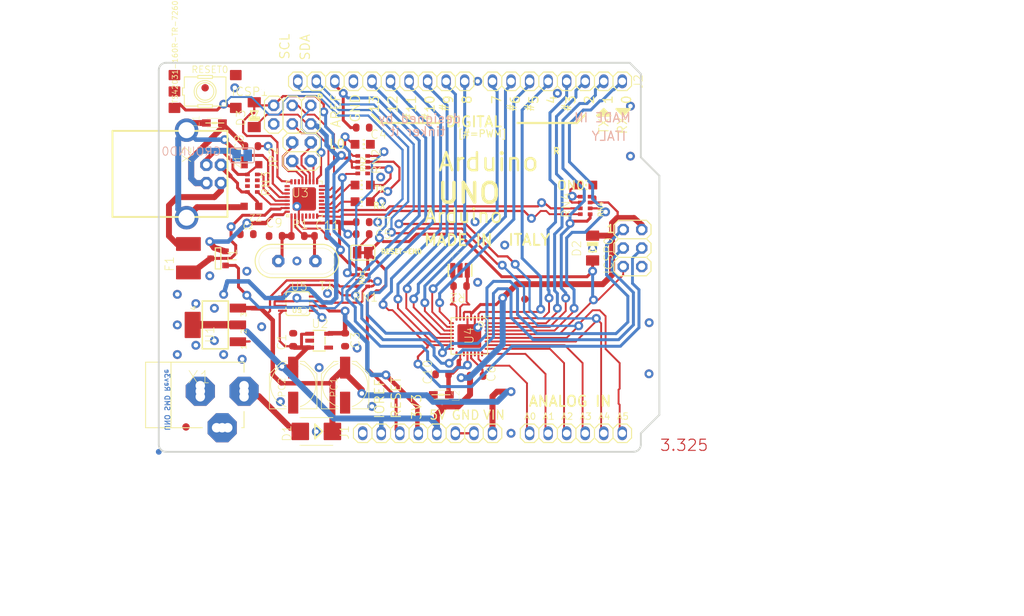
<source format=kicad_pcb>
(kicad_pcb (version 20241229) (generator "pcbnew") (generator_version "9.0")
  (layers (0 "F.Cu" signal) (2 "B.Cu" signal) (13 "F.Paste" user) (15 "B.Paste" user) (5 "F.SilkS" user "F.Silkscreen") (7 "B.SilkS" user "B.Silkscreen") (1 "F.Mask" user) (3 "B.Mask" user) (25 "Edge.Cuts" user))
  (net 0 "")
  (net 1 "+5V")
  (net 2 "GND")
  (net 3 "AREF")
  (net 4 "RESET")
  (net 5 "VIN")
  (net 6 "M8RXD")
  (net 7 "M8TXD")
  (net 8 "SCK")
  (net 9 "N$3")
  (net 10 "N$35")
  (net 11 "N$36")
  (net 12 "PWRIN")
  (net 13 "D-")
  (net 14 "D+")
  (net 15 "+3V3")
  (net 16 "MISO")
  (net 17 "MOSI")
  (net 18 "SS")
  (net 19 "DTR")
  (net 20 "GATE_CMD")
  (net 21 "CMP")
  (net 22 "USBVCC")
  (net 23 "XTAL2")
  (net 24 "XTAL1")
  (net 25 "TP_VUCAP")
  (net 26 "RD-")
  (net 27 "RD+")
  (net 28 "RESET2")
  (net 29 "MISO2")
  (net 30 "MOSI2")
  (net 31 "SCK2")
  (net 32 "USHIELD")
  (net 33 "UGND")
  (net 34 "XUSB")
  (net 35 "XT2")
  (net 36 "XT1")
  (net 37 "RXLED")
  (net 38 "TXLED")
  (net 39 "A0")
  (net 40 "A1")
  (net 41 "A2")
  (net 42 "A3")
  (net 43 "A4/SDA")
  (net 44 "A5/SCL")
  (net 45 "IO2")
  (net 46 "IO1")
  (net 47 "IO0")
  (net 48 "IO3")
  (net 49 "IO4")
  (net 50 "IO5")
  (net 51 "IO6")
  (net 52 "IO7")
  (net 53 "IO8")
  (net 54 "IO9")
  (net 55 "5-GND")
  (net 56 "N$1")
  (net 57 "PB4")
  (net 58 "PB5")
  (net 59 "PB6")
  (net 60 "PB7")
  (net 61 "L13")
  (net 62 "N$4")
  (footprint "UNOSMD_V3:0805" (layer "F.Cu") (at 152.9207 123.8504)
    (property "Reference" "L2")
    (property "Value" "10uH")
  )
  (footprint "UNOSMD_V3:MINIMELF" (layer "F.Cu") (at 127.2921 85.4456 90)
    (property "Reference" "D3")
    (property "Value" "CD1206-S01575")
  )
  (footprint "UNOSMD_V3:C0603-ROUND" (layer "F.Cu") (at 142.1511 101.8286)
    (property "Reference" "C5")
    (property "Value" "100n")
  )
  (footprint "UNOSMD_V3:TS42" (layer "F.Cu") (at 120.5611 82.2706)
    (property "Reference" "RESET0")
    (property "Value" "TS42031-160R-TR-7260")
  )
  (footprint "UNOSMD_V3:FD-1-1.5" (layer "F.Cu") (at 117.9411 128.2636)
    (property "Reference" "FD3" (hide yes))
    (property "Value" "DNP" (hide yes))
  )
  (footprint "UNOSMD_V3:C0603-ROUND" (layer "F.Cu") (at 132.6261 116.3066 -90)
    (property "Reference" "C1")
    (property "Value" "100n")
  )
  (footprint "UNOSMD_V3:TP-SP" (layer "F.Cu") (at 139.7381 88.4936)
    (property "Reference" "TP_LL0" (hide yes))
    (property "Value" "TP_SP" (hide yes))
  )
  (footprint "UNOSMD_V3:CAY16" (layer "F.Cu") (at 142.1511 107.7976 90)
    (property "Reference" "RN1")
    (property "Value" "10K")
  )
  (footprint "UNOSMD_V3:R0603-ROUND" (layer "F.Cu") (at 133.2611 102.0826)
    (property "Reference" "R1")
    (property "Value" "1M")
  )
  (footprint "UNOSMD_V3:CHIP-LED0805" (layer "F.Cu") (at 142.1511 89.5096 -90)
    (property "Reference" "L0")
    (property "Value" "YELLOW")
  )
  (footprint "UNOSMD_V3:2X02" (layer "F.Cu") (at 133.7691 90.5256 90)
    (property "Reference" "JP2")
    (property "Value" "2x2 M-NM")
  )
  (footprint "UNOSMD_V3:1X14-CUSTOM" (layer "F.Cu") (at 159.9311 129.1336)
    (property "Reference" "J1")
    (property "Value" "-")
  )
  (footprint "UNOSMD_V3:POWERSUPPLY_DC-21MM" (layer "F.Cu") (at 119.5451 123.2916 90)
    (property "Reference" "X1")
    (property "Value" "POWERSUPPLY_DC21MMX")
  )
  (footprint "UNOSMD_V3:TP-SP" (layer "F.Cu") (at 145.5801 92.9386)
    (property "Reference" "TP_TXL0" (hide yes))
    (property "Value" "TP_SP" (hide yes))
  )
  (footprint "UNOSMD_V3:C0603-ROUND" (layer "F.Cu") (at 136.4361 102.0826)
    (property "Reference" "C11")
    (property "Value" "22p")
  )
  (footprint "UNOSMD_V3:CHIP-LED0805" (layer "F.Cu") (at 142.1511 95.0976 90)
    (property "Reference" "TX0" (hide yes))
    (property "Value" "YELLOW")
  )
  (footprint "UNOSMD_V3:FD-1-1.5" (layer "F.Cu") (at 120.5611 81.7626)
    (property "Reference" "FD1" (hide yes))
    (property "Value" "DNP" (hide yes))
  )
  (footprint "UNOSMD_V3:PN61729" (layer "F.Cu") (at 118.0211 93.5736 -90)
    (property "Reference" "X2")
    (property "Value" "USB-B_TH")
  )
  (footprint "UNOSMD_V3:PANASONIC_D" (layer "F.Cu") (at 139.7381 122.5296 90)
    (property "Reference" "PC1")
    (property "Value" "47u")
  )
  (footprint "UNOSMD_V3:C0603-ROUND" (layer "F.Cu") (at 157.7467 121.2596 180)
    (property "Reference" "C6")
    (property "Value" "100n")
  )
  (footprint "UNOSMD_V3:TP-SP" (layer "F.Cu") (at 126.2761 110.2106)
    (property "Reference" "TP_GATE0" (hide yes))
    (property "Value" "TP_SP" (hide yes))
  )
  (footprint "UNOSMD_V3:TP-SP" (layer "F.Cu") (at 165.2651 99.6696)
    (property "Reference" "TP_TX0" (hide yes))
    (property "Value" "TP_SP" (hide yes))
  )
  (footprint "UNOSMD_V3:dummyfp2" (layer "F.Cu") (at 129.4511 80.8736)
    (property "Reference" "UNK_HOLE_2" (hide yes))
    (property "Value" "")
  )
  (footprint "UNOSMD_V3:L1812" (layer "F.Cu") (at 118.2751 105.1306 90)
    (property "Reference" "F1")
    (property "Value" "MF-MSMF050-2 500mA")
  )
  (footprint "UNOSMD_V3:C0603-ROUND" (layer "F.Cu") (at 142.1511 87.2236 180)
    (property "Reference" "C4")
    (property "Value" "100n")
  )
  (footprint "UNOSMD_V3:dummyfp3" (layer "F.Cu") (at 128.1811 129.1336)
    (property "Reference" "UNK_HOLE_3" (hide yes))
    (property "Value" "")
  )
  (footprint "UNOSMD_V3:TP-SP" (layer "F.Cu") (at 144.1831 108.3056)
    (property "Reference" "TP_CMP0" (hide yes))
    (property "Value" "TP_SP" (hide yes))
  )
  (footprint "UNOSMD_V3:CAY16" (layer "F.Cu") (at 127.0381 94.8436 90)
    (property "Reference" "RN3")
    (property "Value" "22R")
  )
  (footprint "UNOSMD_V3:SOT23-DBV" (layer "F.Cu") (at 136.1821 116.4336 -90)
    (property "Reference" "U2")
    (property "Value" "LP2985-33DBVR")
  )
  (footprint "UNOSMD_V3:FRAME" (layer "F.Cu") (at 92.7111 136.1736)
    (property "Reference" "FRAME1" (hide yes))
    (property "Value" "DNP" (hide yes))
  )
  (footprint "UNOSMD_V3:C0603-ROUND" (layer "F.Cu") (at 153.0223 121.0564 180)
    (property "Reference" "C10")
    (property "Value" "100nF")
  )
  (footprint "UNOSMD_V3:TP-SP" (layer "F.Cu") (at 129.1971 89.7636)
    (property "Reference" "TP_VUCAP0" (hide yes))
    (property "Value" "TP_SP" (hide yes))
  )
  (footprint "UNOSMD_V3:FD-1-1.5" (layer "F.Cu") (at 164.3681 110.7416)
    (property "Reference" "FD2" (hide yes))
    (property "Value" "DNP" (hide yes))
  )
  (footprint "UNOSMD_V3:CAY16" (layer "F.Cu") (at 142.1511 92.3036 -90)
    (property "Reference" "RN2")
    (property "Value" "1K")
  )
  (footprint "UNOSMD_V3:TP-SP" (layer "F.Cu") (at 129.9591 84.1756)
    (property "Reference" "TP_RESET2" (hide yes))
    (property "Value" "TP_SP" (hide yes))
  )
  (footprint "UNOSMD_V3:ATMEL_QFN32" (layer "F.Cu") (at 134.1501 97.0026 90)
    (property "Reference" "U3")
    (property "Value" "16U2")
  )
  (footprint "UNOSMD_V3:PANASONIC_D" (layer "F.Cu") (at 132.6261 122.5296 90)
    (property "Reference" "PC2")
    (property "Value" "47u")
  )
  (footprint "UNOSMD_V3:MLF32" (layer "F.Cu") (at 156.7561 115.7986 -90)
    (property "Reference" "U4")
    (property "Value" "ATMEGA328P-MU" (hide yes))
  )
  (footprint "UNOSMD_V3:SOT-23" (layer "F.Cu") (at 122.3391 105.1306 -90)
    (property "Reference" "T1")
    (property "Value" "FDN340P")
  )
  (footprint "UNOSMD_V3:2X03" (layer "F.Cu") (at 179.1081 103.7336 -90)
    (property "Reference" "ICSP0")
    (property "Value" "3x2 M")
  )
  (footprint "UNOSMD_V3:CT_CN0603" (layer "F.Cu") (at 126.9111 92.3036 180)
    (property "Reference" "Z1")
    (property "Value" "CG0603MLC-05E")
  )
  (footprint "UNOSMD_V3:CT_CN0603" (layer "F.Cu") (at 126.9111 98.0186 180)
    (property "Reference" "Z2")
    (property "Value" "CG0603MLC-05E")
  )
  (footprint "UNOSMD_V3:0805" (layer "F.Cu") (at 121.8311 86.5886 180)
    (property "Reference" "L1")
    (property "Value" "BLM21")
  )
  (footprint "UNOSMD_V3:TP-SP" (layer "F.Cu") (at 170.8531 96.6216)
    (property "Reference" "TP_ONL0" (hide yes))
    (property "Value" "TP_SP" (hide yes))
  )
  (footprint "UNOSMD_V3:CAY16" (layer "F.Cu") (at 172.6311 97.8916 90)
    (property "Reference" "RN4")
    (property "Value" "1K")
  )
  (footprint "UNOSMD_V3:SJ" (layer "F.Cu") (at 142.1511 104.3686)
    (property "Reference" "RESET-EN0")
    (property "Value" "")
  )
  (footprint "UNOSMD_V3:TP-SP" (layer "F.Cu") (at 132.4991 84.1756)
    (property "Reference" "TP_SCK2" (hide yes))
    (property "Value" "TP_SP" (hide yes))
  )
  (footprint "UNOSMD_V3:dummyfp1" (layer "F.Cu") (at 180.2511 124.0536)
    (property "Reference" "UNK_HOLE_1" (hide yes))
    (property "Value" "")
  )
  (footprint "UNOSMD_V3:SMB" (layer "F.Cu") (at 135.8011 128.8796 180)
    (property "Reference" "D1")
    (property "Value" "M7")
  )
  (footprint "UNOSMD_V3:RESONATOR" (layer "F.Cu") (at 155.4861 106.7816)
    (property "Reference" "Y2")
    (property "Value" "CSTCE16M0V53-R0 16MHZ")
  )
  (footprint "UNOSMD_V3:TP-SP" (layer "F.Cu") (at 135.0391 84.1756)
    (property "Reference" "TP_MISO2" (hide yes))
    (property "Value" "TP_SP" (hide yes))
  )
  (footprint "UNOSMD_V3:dummyfp0" (layer "F.Cu") (at 180.2511 96.1136)
    (property "Reference" "UNK_HOLE_0" (hide yes))
    (property "Value" "")
  )
  (footprint "UNOSMD_V3:TP-SP" (layer "F.Cu") (at 132.4991 86.7156)
    (property "Reference" "TP_MOSI2" (hide yes))
    (property "Value" "TP_SP" (hide yes))
  )
  (footprint "UNOSMD_V3:1X18-CUSTOM" (layer "F.Cu") (at 159.9311 80.8736 180)
    (property "Reference" "J2")
    (property "Value" "-")
  )
  (footprint "UNOSMD_V3:TP-SP" (layer "F.Cu") (at 140.1191 101.8286)
    (property "Reference" "TP_DTR0" (hide yes))
    (property "Value" "TP_SP" (hide yes))
  )
  (footprint "UNOSMD_V3:TP-SP" (layer "F.Cu") (at 166.6621 97.5106)
    (property "Reference" "TP_RX0" (hide yes))
    (property "Value" "TP_SP" (hide yes))
  )
  (footprint "UNOSMD_V3:C0603-ROUND" (layer "F.Cu") (at 142.1511 100.1776)
    (property "Reference" "C7")
    (property "Value" "100n")
  )
  (footprint "UNOSMD_V3:C0603-ROUND" (layer "F.Cu") (at 126.2761 101.8286 180)
    (property "Reference" "C2")
    (property "Value" "100n")
  )
  (footprint "UNOSMD_V3:C0603-ROUND" (layer "F.Cu") (at 139.7381 116.3066 90)
    (property "Reference" "C3")
    (property "Value" "1u")
  )
  (footprint "UNOSMD_V3:TP-SP" (layer "F.Cu") (at 114.2111 131.6736)
    (property "Reference" "ORIGIN0" (hide yes))
    (property "Value" "TP_SP" (hide yes))
  )
  (footprint "UNOSMD_V3:CHIP-LED0805" (layer "F.Cu") (at 172.6311 95.0976 -90)
    (property "Reference" "ON0")
    (property "Value" "GREEN")
  )
  (footprint "UNOSMD_V3:MSOP08" (layer "F.Cu") (at 133.2611 111.3536 90)
    (property "Reference" "U5")
    (property "Value" "LMV358IDGKR")
  )
  (footprint "UNOSMD_V3:TP-SP" (layer "F.Cu") (at 145.5801 95.9866)
    (property "Reference" "TP_RXL0" (hide yes))
    (property "Value" "TP_SP" (hide yes))
  )
  (footprint "UNOSMD_V3:TP-SP" (layer "F.Cu") (at 133.1341 110.5916)
    (property "Reference" "TP_LCMD0" (hide yes))
    (property "Value" "TP_SP" (hide yes))
  )
  (footprint "UNOSMD_V3:MINIMELF" (layer "F.Cu") (at 173.6471 103.7336 -90)
    (property "Reference" "D2")
    (property "Value" "CD1206-S01575")
  )
  (footprint "UNOSMD_V3:C0603-ROUND" (layer "F.Cu") (at 130.2131 102.0826 180)
    (property "Reference" "C9")
    (property "Value" "22p")
  )
  (footprint "UNOSMD_V3:R0603-ROUND" (layer "F.Cu") (at 155.4861 108.9406 180)
    (property "Reference" "R2")
    (property "Value" "1M")
  )
  (footprint "UNOSMD_V3:2X03" (layer "F.Cu") (at 132.4991 85.4456 180)
    (property "Reference" "ICSP1")
    (property "Value" "3x2 M")
  )
  (footprint "UNOSMD_V3:QS" (layer "F.Cu") (at 133.1341 105.5116 180)
    (property "Reference" "Y1")
    (property "Value" "16MHz")
  )
  (footprint "UNOSMD_V3:TP-SP" (layer "F.Cu") (at 180.3781 101.1936)
    (property "Reference" "TP_5V1" (hide yes))
    (property "Value" "TP_SP" (hide yes))
  )
  (footprint "UNOSMD_V3:TP-SP" (layer "F.Cu") (at 123.2281 88.8746)
    (property "Reference" "TP_USH0" (hide yes))
    (property "Value" "TP_SP" (hide yes))
  )
  (footprint "UNOSMD_V3:SOT223" (layer "F.Cu") (at 121.9581 114.2746 90)
    (property "Reference" "U1")
    (property "Value" "NCP1117ST50T3G")
  )
  (footprint "UNOSMD_V3:TP-SP" (layer "F.Cu") (at 124.1171 100.8126)
    (property "Reference" "TP_USBVCC0" (hide yes))
    (property "Value" "TP_SP" (hide yes))
  )
  (footprint "UNOSMD_V3:C0603-ROUND" (layer "F.Cu") (at 126.9111 89.7636 180)
    (property "Reference" "C8")
    (property "Value" "1u")
  )
  (footprint "UNOSMD_V3:CHIP-LED0805" (layer "F.Cu") (at 142.1511 97.3836 90)
    (property "Reference" "RX0" (hide yes))
    (property "Value" "YELLOW")
  )
  (footprint "UNOSMD_V3:SJ" (layer "B.Cu") (at 125.6411 91.0336 180)
    (property "Reference" "GROUND0")
    (property "Value" "")
  )
  (gr_line (start 172.6311 85.4456) (end 171.4881 86.5886) (stroke (width 0.3048)) (layer "F.SilkS"))
  (gr_line (start 177.8381 85.5726) (end 178.7271 84.6836) (stroke (width 0.3048)) (layer "F.SilkS"))
  (gr_circle (center 136.3091 82.9056) (end 136.5631 82.9056) (stroke (width 0.254)) (fill no) (layer "F.SilkS"))
  (gr_line (start 176.0601 85.5726) (end 175.1711 84.6836) (stroke (width 0.3048)) (layer "F.SilkS"))
  (gr_line (start 177.8381 85.0646) (end 177.8381 85.1916) (stroke (width 0.3048)) (layer "F.SilkS"))
  (gr_line (start 175.6791 85.4456) (end 174.9171 85.4456) (stroke (width 0.3048)) (layer "F.SilkS"))
  (gr_line (start 174.6631 85.4456) (end 175.1711 84.9376) (stroke (width 0.3048)) (layer "F.SilkS"))
  (gr_line (start 178.3461 84.8106) (end 177.8381 85.3186) (stroke (width 0.3048)) (layer "F.SilkS"))
  (gr_line (start 177.8381 85.3186) (end 177.4571 84.9376) (stroke (width 0.3048)) (layer "F.SilkS"))
  (gr_line (start 177.3301 84.8106) (end 178.3461 84.8106) (stroke (width 0.3048)) (layer "F.SilkS"))
  (gr_line (start 177.4571 84.9376) (end 177.9651 84.9376) (stroke (width 0.3048)) (layer "F.SilkS"))
  (gr_line (start 174.9171 85.4456) (end 175.2981 85.1916) (stroke (width 0.3048)) (layer "F.SilkS"))
  (gr_line (start 144.5641 86.5886) (end 143.4211 85.4456) (stroke (width 0.3048)) (layer "F.SilkS"))
  (gr_line (start 176.9491 84.6836) (end 177.8381 85.5726) (stroke (width 0.3048)) (layer "F.SilkS"))
  (gr_line (start 171.4881 86.5886) (end 163.3601 86.5886) (stroke (width 0.3048)) (layer "F.SilkS"))
  (gr_line (start 175.1711 84.9376) (end 175.6791 85.4456) (stroke (width 0.3048)) (layer "F.SilkS"))
  (gr_line (start 174.2821 85.5726) (end 176.0601 85.5726) (stroke (width 0.3048)) (layer "F.SilkS"))
  (gr_line (start 178.7271 84.6836) (end 176.9491 84.6836) (stroke (width 0.3048)) (layer "F.SilkS"))
  (gr_line (start 152.6921 86.5886) (end 144.5641 86.5886) (stroke (width 0.3048)) (layer "F.SilkS"))
  (gr_line (start 175.1711 84.6836) (end 174.2821 85.5726) (stroke (width 0.3048)) (layer "F.SilkS"))
  (gr_line (start 179.2511 131.6736) (end 115.2111 131.6736) (stroke (width 0.254)) (layer "Edge.Cuts"))
  (gr_line (start 180.2511 79.8576) (end 180.2511 91.2876) (stroke (width 0.254)) (layer "Edge.Cuts"))
  (gr_line (start 180.2511 129.1336) (end 180.2511 130.6736) (stroke (width 0.254)) (layer "Edge.Cuts"))
  (gr_line (start 182.7911 126.5936) (end 180.2511 129.1336) (stroke (width 0.254)) (layer "Edge.Cuts"))
  (gr_arc (start 180.2511 130.6736) (mid 179.958207 131.380707) (end 179.2511 131.6736) (stroke (width 0.254)) (layer "Edge.Cuts"))
  (gr_arc (start 114.2111 79.3336) (mid 114.503993 78.626493) (end 115.2111 78.3336) (stroke (width 0.254)) (layer "Edge.Cuts"))
  (gr_line (start 114.2111 79.3496) (end 114.2111 130.6576) (stroke (width 0.254)) (layer "Edge.Cuts"))
  (gr_line (start 182.7911 93.8276) (end 182.7911 126.5936) (stroke (width 0.254)) (layer "Edge.Cuts"))
  (gr_line (start 115.2111 78.3336) (end 178.7271 78.3336) (stroke (width 0.254)) (layer "Edge.Cuts"))
  (gr_line (start 180.2511 91.2876) (end 182.7911 93.8276) (stroke (width 0.254)) (layer "Edge.Cuts"))
  (gr_arc (start 115.2111 131.6736) (mid 114.503993 131.380707) (end 114.2111 130.6736) (stroke (width 0.254)) (layer "Edge.Cuts"))
  (gr_line (start 178.7271 78.3336) (end 180.2511 79.8576) (stroke (width 0.254)) (layer "Edge.Cuts"))
  (gr_text "3.325" (at 182.7911 131.6736 0) (layer "F.Cu") (effects (font (size 1.542288 1.542288) (thickness 0.134112)) (justify left bottom)))
  (gr_text "UNO SMD Rev3e" (at 115.7605 120.2436 -90) (layer "B.Cu") (effects (font (size 0.69088 0.69088) (thickness 0.12192)) (justify right top mirror)))
  (gr_text "U5" (at 132.2111 109.6736 0) (layer "F.SilkS") (effects (font (size 1.1684 1.1684) (thickness 0.1016)) (justify left bottom)))
  (gr_text "GND" (at 141.88115 86.608928 90) (layer "F.SilkS") (effects (font (size 1.28016 1.28016) (thickness 0.14224)) (justify left bottom)))
  (gr_text "A1" (at 166.7397 127.3434 0) (layer "F.SilkS") (effects (font (size 0.89408 0.89408) (thickness 0.12192)) (justify left bottom)))
  (gr_text "5V" (at 151.1681 127.3556 0) (layer "F.SilkS") (effects (font (size 1.251712 1.251712) (thickness 0.170688)) (justify left bottom)))
  (gr_text "A0" (at 164.1997 127.3434 0) (layer "F.SilkS") (effects (font (size 0.89408 0.89408) (thickness 0.12192)) (justify left bottom)))
  (gr_text "SCL" (at 132.2153 77.9658 90) (layer "F.SilkS") (effects (font (size 1.28016 1.28016) (thickness 0.14224)) (justify left bottom)))
  (gr_text "1" (at 176.472718 84.105429 90) (layer "F.SilkS") (effects (font (size 1.251712 1.251712) (thickness 0.170688)) (justify left bottom)))
  (gr_text "#" (at 148.8821 86.3346 90) (layer "F.SilkS") (effects (font (size 0.972312 0.972312) (thickness 0.145288)) (justify left bottom)))
  (gr_text "AREF" (at 139.22495 87.315048 90) (layer "F.SilkS") (effects (font (size 1.28016 1.28016) (thickness 0.14224)) (justify left bottom)))
  (gr_text "RN1" (at 140.7111 111.1736 0) (layer "F.SilkS") (effects (font (size 1.1684 1.1684) (thickness 0.1016)) (justify left bottom)))
  (gr_text "RN4" (at 170.7111 99.6736 90) (layer "F.SilkS") (effects (font (size 1.1684 1.1684) (thickness 0.1016)) (justify left bottom)))
  (gr_text "13" (at 144.468718 85.297536 90) (layer "F.SilkS") (effects (font (size 1.251712 1.251712) (thickness 0.170688)) (justify left bottom)))
  (gr_text "A3" (at 171.8197 127.3434 0) (layer "F.SilkS") (effects (font (size 0.89408 0.89408) (thickness 0.12192)) (justify left bottom)))
  (gr_text "A5" (at 176.8997 127.3434 0) (layer "F.SilkS") (effects (font (size 0.89408 0.89408) (thickness 0.12192)) (justify left bottom)))
  (gr_text "12" (at 147.008718 85.297536 90) (layer "F.SilkS") (effects (font (size 1.251712 1.251712) (thickness 0.170688)) (justify left bottom)))
  (gr_text "11" (at 149.548718 85.297536 90) (layer "F.SilkS") (effects (font (size 1.251712 1.251712) (thickness 0.170688)) (justify left bottom)))
  (gr_text "Arduino" (at 152.3111 93.3704 0) (layer "F.SilkS") (effects (font (size 2.45872 2.45872) (thickness 0.33528)) (justify left bottom)))
  (gr_text "3V3" (at 150.2791 127.3556 90) (layer "F.SilkS") (effects (font (size 1.28016 1.28016) (thickness 0.14224)) (justify left bottom)))
  (gr_text "R" (at 168.1353 90.9066 0) (layer "F.SilkS") (effects (font (size 0.8128 0.8128) (thickness 0.2032)) (justify left bottom)))
  (gr_text "3" (at 171.392718 84.105429 90) (layer "F.SilkS") (effects (font (size 1.251712 1.251712) (thickness 0.170688)) (justify left bottom)))
  (gr_text "[#=PWM]" (at 155.1051 88.6206 0) (layer "F.SilkS") (effects (font (size 0.972312 0.972312) (thickness 0.145288)) (justify left bottom)))
  (gr_text "MADE IN" (at 150.4061 103.5304 0) (layer "F.SilkS") (effects (font (size 1.5113 1.5113) (thickness 0.2667)) (justify left bottom)))
  (gr_text "RX" (at 143.482544 98.446336 0) (layer "F.SilkS") (effects (font (size 0.8636 0.8636) (thickness 0.1524)) (justify left bottom)))
  (gr_text "ANALOG IN" (at 164.7571 125.5776 0) (layer "F.SilkS") (effects (font (size 1.42494 1.42494) (thickness 0.25146)) (justify left bottom)))
  (gr_text "#" (at 170.5991 85.0646 90) (layer "F.SilkS") (effects (font (size 0.972312 0.972312) (thickness 0.145288)) (justify left bottom)))
  (gr_text "10" (at 152.088718 85.297536 90) (layer "F.SilkS") (effects (font (size 1.251712 1.251712) (thickness 0.170688)) (justify left bottom)))
  (gr_text "A4" (at 174.3597 127.3434 0) (layer "F.SilkS") (effects (font (size 0.89408 0.89408) (thickness 0.12192)) (justify left bottom)))
  (gr_text "8" (at 157.168718 84.105429 90) (layer "F.SilkS") (effects (font (size 1.251712 1.251712) (thickness 0.170688)) (justify left bottom)))
  (gr_text "TX" (at 143.688163 96.134936 0) (layer "F.SilkS") (effects (font (size 0.8636 0.8636) (thickness 0.1524)) (justify left bottom)))
  (gr_text "UNO" (at 152.1587 97.79 0) (layer "F.SilkS") (effects (font (size 2.69875 2.69875) (thickness 0.47625)) (justify left bottom)))
  (gr_text "RESET" (at 147.4851 127.2286 90) (layer "F.SilkS") (effects (font (size 1.28016 1.28016) (thickness 0.14224)) (justify left bottom)))
  (gr_text "RN2" (at 144.7111 93.6736 90) (layer "F.SilkS") (effects (font (size 1.1684 1.1684) (thickness 0.1016)) (justify left bottom)))
  (gr_text "2" (at 173.932718 84.105429 90) (layer "F.SilkS") (effects (font (size 1.251712 1.251712) (thickness 0.170688)) (justify left bottom)))
  (gr_text "6" (at 163.772718 84.105429 90) (layer "F.SilkS") (effects (font (size 1.251712 1.251712) (thickness 0.170688)) (justify left bottom)))
  (gr_text "1" (at 175.4575 101.7292 0) (layer "F.SilkS") (effects (font (size 1.0795 1.0795) (thickness 0.1905)) (justify left bottom)))
  (gr_text "A2" (at 169.2797 127.3434 0) (layer "F.SilkS") (effects (font (size 0.89408 0.89408) (thickness 0.12192)) (justify left bottom)))
  (gr_text "SDA" (at 135.0093 78.0928 90) (layer "F.SilkS") (effects (font (size 1.28016 1.28016) (thickness 0.14224)) (justify left bottom)))
  (gr_text "Arduino" (at 150.4315 100.4316 0) (layer "F.SilkS") (effects (font (size 1.922272 1.922272) (thickness 0.262128)) (justify left bottom)))
  (gr_text "#" (at 151.4221 86.3346 90) (layer "F.SilkS") (effects (font (size 0.972312 0.972312) (thickness 0.145288)) (justify left bottom)))
  (gr_text "VIN" (at 158.5341 127.3556 0) (layer "F.SilkS") (effects (font (size 1.251712 1.251712) (thickness 0.170688)) (justify left bottom)))
  (gr_text "DIGITAL" (at 153.3635 87.2594 0) (layer "F.SilkS") (effects (font (size 1.42494 1.42494) (thickness 0.25146)) (justify left bottom)))
  (gr_text "RX" (at 178.4731 88.2396 90) (layer "F.SilkS") (effects (font (size 1.28016 1.28016) (thickness 0.14224)) (justify left bottom)))
  (gr_text "9" (at 154.628718 84.105429 90) (layer "F.SilkS") (effects (font (size 1.251712 1.251712) (thickness 0.170688)) (justify left bottom)))
  (gr_text "#" (at 165.5191 85.0646 90) (layer "F.SilkS") (effects (font (size 0.972312 0.972312) (thickness 0.145288)) (justify left bottom)))
  (gr_text "ITALY" (at 161.9377 103.505 0) (layer "F.SilkS") (effects (font (size 1.5113 1.5113) (thickness 0.2667)) (justify left bottom)))
  (gr_text "#" (at 153.8351 85.0646 90) (layer "F.SilkS") (effects (font (size 0.972312 0.972312) (thickness 0.145288)) (justify left bottom)))
  (gr_text "#" (at 163.1061 85.0646 90) (layer "F.SilkS") (effects (font (size 0.972312 0.972312) (thickness 0.145288)) (justify left bottom)))
  (gr_text "TX" (at 175.9287 88.2274 90) (layer "F.SilkS") (effects (font (size 1.28016 1.28016) (thickness 0.14224)) (justify left bottom)))
  (gr_text "7" (at 161.232718 84.105429 90) (layer "F.SilkS") (effects (font (size 1.251712 1.251712) (thickness 0.170688)) (justify left bottom)))
  (gr_text "0" (at 179.012718 84.105429 90) (layer "F.SilkS") (effects (font (size 1.251712 1.251712) (thickness 0.170688)) (justify left bottom)))
  (gr_text "GND" (at 154.2245 127.3688 0) (layer "F.SilkS") (effects (font (size 1.251712 1.251712) (thickness 0.170688)) (justify left bottom)))
  (gr_text "IOREF" (at 145.1991 127.2286 90) (layer "F.SilkS") (effects (font (size 1.28016 1.28016) (thickness 0.14224)) (justify left bottom)))
  (gr_text "5" (at 166.312718 84.105429 90) (layer "F.SilkS") (effects (font (size 1.251712 1.251712) (thickness 0.170688)) (justify left bottom)))
  (gr_text "4" (at 168.852718 84.105429 90) (layer "F.SilkS") (effects (font (size 1.251712 1.251712) (thickness 0.170688)) (justify left bottom)))
  (gr_text "MADE IN" (at 178.9811 86.5886 -0) (layer "B.SilkS") (effects (font (size 1.251712 1.251712) (thickness 0.170688)) (justify left bottom mirror)))
  (gr_text "tinker it" (at 153.5811 88.4936 -0) (layer "B.SilkS") (effects (font (size 1.251712 1.251712) (thickness 0.170688)) (justify left bottom mirror)))
  (gr_text "designed by" (at 155.7401 86.7156 -0) (layer "B.SilkS") (effects (font (size 1.251712 1.251712) (thickness 0.170688)) (justify left bottom mirror)))
  (gr_text "ITALY" (at 178.3461 89.1286 -0) (layer "B.SilkS") (effects (font (size 1.251712 1.251712) (thickness 0.170688)) (justify left bottom mirror)))
  (segment (start 161.3281 110.5916) (end 160.4391 111.4806) (width 0.4064) (layer "F.Cu") (net 1))
  (segment (start 132.9941 119.9896) (end 132.6261 120.1296) (width 0.6096) (layer "F.Cu") (net 1))
  (segment (start 125.3871 101.1936) (end 125.3871 101.8286) (width 0.6096) (layer "F.Cu") (net 1))
  (segment (start 177.0761 98.7806) (end 175.7871 97.4916) (width 0.3048) (layer "F.Cu") (net 1))
  (segment (start 177.0761 99.6188) (end 179.3113 99.6188) (width 0.8128) (layer "F.Cu") (net 1))
  (segment (start 160.4391 111.4806) (end 158.2801 111.4806) (width 0.4064) (layer "F.Cu") (net 1))
  (segment (start 179.3113 99.6188) (end 180.3781 100.5586) (width 0.8128) (layer "F.Cu") (net 1))
  (segment (start 134.5971 117.3836) (end 134.8821 117.3836) (width 0.6096) (layer "F.Cu") (net 1))
  (segment (start 158.2801 111.4806) (end 157.1411 112.6196) (width 0.4064) (layer "F.Cu") (net 1))
  (segment (start 139.1031 103.9876) (end 139.1031 104.7006) (width 0.4064) (layer "F.Cu") (net 1))
  (segment (start 132.6261 117.1956) (end 131.4831 117.1956) (width 0.3048) (layer "F.Cu") (net 1))
  (segment (start 176.9999 99.6188) (end 177.0761 99.6188) (width 0.8128) (layer "F.Cu") (net 1))
  (segment (start 156.8577 121.2596) (end 156.6037 121.5136) (width 0.8128) (layer "F.Cu") (net 1))
  (segment (start 139.1031 103.9876) (end 138.9761 103.4796) (width 0.4064) (layer "F.Cu") (net 1))
  (segment (start 139.2301 91.0336) (end 139.7381 91.4146) (width 0.4064) (layer "F.Cu") (net 1))
  (segment (start 140.6461 91.9036) (end 141.4761 91.9036) (width 0.3048) (layer "F.Cu") (net 1))
  (segment (start 125.3871 101.8286) (end 125.2601 101.9556) (width 0.6096) (layer "F.Cu") (net 1))
  (segment (start 157.1411 112.6196) (end 157.0061 112.6196) (width 0.4064) (layer "F.Cu") (net 1))
  (segment (start 131.4831 117.1956) (end 130.7846 116.4971) (width 0.3048) (layer "F.Cu") (net 1))
  (segment (start 132.6261 120.1296) (end 132.6261 119.3546) (width 0.6096) (layer "F.Cu") (net 1))
  (segment (start 174.0281 97.4916) (end 174.0281 96.7486) (width 0.3048) (layer "F.Cu") (net 1))
  (segment (start 133.7691 117.3836) (end 132.8141 117.3836) (width 0.6096) (layer "F.Cu") (net 1))
  (segment (start 141.1488 100.2909) (end 141.2621 100.1776) (width 0.6096) (layer "F.Cu") (net 1))
  (segment (start 137.2391 100.1639) (end 137.0984 100.3046) (width 0.4064) (layer "F.Cu") (net 1))
  (segment (start 138.9761 100.2909) (end 141.1488 100.2909) (width 0.6096) (layer "F.Cu") (net 1))
  (segment (start 131.1891 112.3696) (end 131.1491 112.3296) (width 0.3048) (layer "F.Cu") (net 1))
  (segment (start 128.8161 100.3046) (end 129.9591 99.1616) (width 0.4064) (layer "F.Cu") (net 1))
  (segment (start 141.4761 106.5976) (end 141.5331 106.6546) (width 0.254) (layer "F.Cu") (net 1))
  (segment (start 139.7381 91.4146) (end 140.1381 91.3956) (width 0.4064) (layer "F.Cu") (net 1))
  (segment (start 180.3781 100.5586) (end 180.3781 101.1936) (width 0.8128) (layer "F.Cu") (net 1))
  (segment (start 137.0984 100.3046) (end 134.1501 100.3046) (width 0.4064) (layer "F.Cu") (net 1))
  (segment (start 132.8141 117.3836) (end 132.6261 117.1956) (width 0.6096) (layer "F.Cu") (net 1))
  (segment (start 118.8591 114.2746) (end 120.0531 114.2746) (width 1.016) (layer "F.Cu") (net 1))
  (segment (start 132.6261 119.3546) (end 134.5971 117.3836) (width 0.6096) (layer "F.Cu") (net 1))
  (segment (start 126.2761 100.3046) (end 125.3871 101.1936) (width 0.6096) (layer "F.Cu") (net 1))
  (segment (start 131.6381 98.7526) (end 131.7993 98.7526) (width 0.2794) (layer "F.Cu") (net 1))
  (segment (start 155.2321 125.4506) (end 156.8577 123.825) (width 0.8128) (layer "F.Cu") (net 1))
  (segment (start 141.8655 106.5976) (end 142.4369 107.3976) (width 0.254) (layer "F.Cu") (net 1))
  (segment (start 133.9001 99.9276) (end 133.9001 99.3534) (width 0.2794) (layer "F.Cu") (net 1))
  (segment (start 125.2347 114.2492) (end 125.0569 114.2746) (width 0.508) (layer "F.Cu") (net 1))
  (segment (start 140.6841 92.7036) (end 141.4761 92.7036) (width 0.3048) (layer "F.Cu") (net 1))
  (segment (start 156.1211 112.4966) (end 156.0061 112.6116) (width 0.2794) (layer "F.Cu") (net 1))
  (segment (start 134.8211 115.5446) (end 134.8821 115.4836) (width 0.4064) (layer "F.Cu") (net 1))
  (segment (start 153.4541 125.4506) (end 155.2321 125.4506) (width 0.8128) (layer "F.Cu") (net 1))
  (segment (start 134.5311 86.7156) (end 133.2611 85.4456) (width 0.254) (layer "F.Cu") (net 1))
  (segment (start 120.0531 114.2746) (end 120.0785 114.2492) (width 1.016) (layer "F.Cu") (net 1))
  (segment (start 156.6037 121.5136) (end 155.6385 121.5136) (width 0.8128) (layer "F.Cu") (net 1))
  (segment (start 180.3781 101.1936) (end 180.3781 101.2306) (width 0.8128) (layer "F.Cu") (net 1))
  (segment (start 173.9711 96.6916) (end 173.3061 96.6916) (width 0.3048) (layer "F.Cu") (net 1))
  (segment (start 176.3141 107.4166) (end 176.3141 102.2096) (width 0.8128) (layer "F.Cu") (net 1))
  (segment (start 174.0281 97.4916) (end 173.3061 97.4916) (width 0.3048) (layer "F.Cu") (net 1))
  (segment (start 156.8831 112.4966) (end 156.1211 112.4966) (width 0.3048) (layer "F.Cu") (net 1))
  (segment (start 140.6441 105.7656) (end 141.4761 106.5976) (width 0.4064) (layer "F.Cu") (net 1))
  (segment (start 133.7691 117.3836) (end 133.7691 115.5446) (width 0.4064) (layer "F.Cu") (net 1))
  (segment (start 139.1031 104.7006) (end 140.1681 105.7656) (width 0.4064) (layer "F.Cu") (net 1))
  (segment (start 176.3141 102.2096) (end 176.1381 102.0336) (width 0.8128) (layer "F.Cu") (net 1))
  (segment (start 156.8577 123.825) (end 156.8577 121.2596) (width 0.8128) (layer "F.Cu") (net 1))
  (segment (start 123.3551 104.1908) (end 121.7803 103.6828) (width 0.8128) (layer "F.Cu") (net 1))
  (segment (start 157.0061 112.6196) (end 157.0061 113.3486) (width 0.2794) (layer "F.Cu") (net 1))
  (segment (start 128.9921 85.4456) (end 127.2921 87.1456) (width 0.254) (layer "F.Cu") (net 1))
  (segment (start 120.0785 114.2492) (end 125.2347 114.2492) (width 1.016) (layer "F.Cu") (net 1))
  (segment (start 121.7803 103.6828) (end 121.1961 102.8446) (width 0.8128) (layer "F.Cu") (net 1))
  (segment (start 163.2331 108.6866) (end 175.0441 108.6866) (width 0.8128) (layer "F.Cu") (net 1))
  (segment (start 140.1681 105.7656) (end 140.6441 105.7656) (width 0.4064) (layer "F.Cu") (net 1))
  (segment (start 151.8207 123.8504) (end 151.8207 124.5284) (width 0.6096) (layer "F.Cu") (net 1))
  (segment (start 176.1381 102.0336) (end 173.6471 102.0336) (width 0.8128) (layer "F.Cu") (net 1))
  (segment (start 177.0761 99.6188) (end 177.0761 98.7806) (width 0.3048) (layer "F.Cu") (net 1))
  (segment (start 175.0441 108.6866) (end 176.3141 107.4166) (width 0.8128) (layer "F.Cu") (net 1))
  (segment (start 133.7691 115.5446) (end 134.8211 115.5446) (width 0.4064) (layer "F.Cu") (net 1))
  (segment (start 135.0391 86.7156) (end 134.5311 86.7156) (width 0.254) (layer "F.Cu") (net 1))
  (segment (start 152.3111 129.1336) (end 152.3111 126.5936) (width 0.8128) (layer "F.Cu") (net 1))
  (segment (start 130.7846 112.7741) (end 131.1891 112.3696) (width 0.3048) (layer "F.Cu") (net 1))
  (segment (start 156.0061 112.6116) (end 156.0061 113.3486) (width 0.2794) (layer "F.Cu") (net 1))
  (segment (start 138.9761 100.2909) (end 138.8491 100.1639) (width 0.6096) (layer "F.Cu") (net 1))
  (segment (start 130.7846 116.4971) (end 130.7846 112.7741) (width 0.3048) (layer "F.Cu") (net 1))
  (segment (start 140.6461 91.9036) (end 140.6841 92.7036) (width 0.3048) (layer "F.Cu") (net 1))
  (segment (start 140.1381 91.3956) (end 140.6461 91.9036) (width 0.4064) (layer "F.Cu") (net 1))
  (segment (start 134.8821 117.3836) (end 133.7691 117.3836) (width 0.6096) (layer "F.Cu") (net 1))
  (segment (start 133.2611 85.4456) (end 128.9921 85.4456) (width 0.254) (layer "F.Cu") (net 1))
  (segment (start 131.1021 119.9896) (end 132.9941 119.9896) (width 0.6096) (layer "F.Cu") (net 1))
  (segment (start 138.8491 100.1639) (end 137.2391 100.1639) (width 0.6096) (layer "F.Cu") (net 1))
  (segment (start 151.8207 124.5284) (end 153.0985 125.8062) (width 0.6096) (layer "F.Cu") (net 1))
  (segment (start 129.9591 99.1616) (end 131.2291 99.1616) (width 0.4064) (layer "F.Cu") (net 1))
  (segment (start 175.7871 97.4916) (end 174.0281 97.4916) (width 0.3048) (layer "F.Cu") (net 1))
  (segment (start 180.3781 101.1936) (end 180.2511 101.1936) (width 0.508) (layer "F.Cu") (net 1))
  (segment (start 174.0281 96.7486) (end 173.9711 96.6916) (width 0.3048) (layer "F.Cu") (net 1))
  (segment (start 131.2291 99.1616) (end 131.6381 98.7526) (width 0.2794) (layer "F.Cu") (net 1))
  (segment (start 153.0985 125.8062) (end 153.4541 125.4506) (width 0.8128) (layer "F.Cu") (net 1))
  (segment (start 141.4761 106.5976) (end 141.8655 106.5976) (width 0.254) (layer "F.Cu") (net 1))
  (segment (start 161.3281 110.5916) (end 163.2331 108.6866) (width 0.8128) (layer "F.Cu") (net 1))
  (segment (start 152.3111 126.5936) (end 153.0985 125.8062) (width 0.8128) (layer "F.Cu") (net 1))
  (segment (start 138.9761 103.4796) (end 138.9761 100.2909) (width 0.4064) (layer "F.Cu") (net 1))
  (segment (start 142.4369 107.3976) (end 142.8261 107.3976) (width 0.254) (layer "F.Cu") (net 1))
  (segment (start 126.2761 100.3046) (end 128.8161 100.3046) (width 0.6096) (layer "F.Cu") (net 1))
  (segment (start 134.1501 100.3046) (end 133.9001 99.9276) (width 0.2794) (layer "F.Cu") (net 1))
  (segment (start 157.0061 112.6196) (end 156.8831 112.4966) (width 0.3048) (layer "F.Cu") (net 1))
  (segment (start 176.3141 100.3046) (end 176.9999 99.6188) (width 0.8128) (layer "F.Cu") (net 1))
  (segment (start 176.3141 102.2096) (end 176.3141 100.3046) (width 0.8128) (layer "F.Cu") (net 1))
  (via (at 161.3281 110.5916) (size 1.2192) (drill 0.6096) (layers "F.Cu" "B.Cu") (net 1))
  (via (at 121.1961 102.8446) (size 1.2192) (drill 0.6096) (layers "F.Cu" "B.Cu") (net 1))
  (via (at 116.7511 110.0836) (size 1.2192) (drill 0.6096) (layers "F.Cu" "B.Cu") (net 1))
  (via (at 139.2301 91.0336) (size 1.2192) (drill 0.6096) (layers "F.Cu" "B.Cu") (net 1))
  (via (at 131.1021 119.9896) (size 1.2192) (drill 0.6096) (layers "F.Cu" "B.Cu") (net 1))
  (via (at 119.2911 111.3536) (size 1.2192) (drill 0.6096) (layers "F.Cu" "B.Cu") (net 1))
  (via (at 116.7511 118.3386) (size 1.2192) (drill 0.6096) (layers "F.Cu" "B.Cu") (net 1))
  (via (at 155.6385 121.5136) (size 1.2192) (drill 0.6096) (layers "F.Cu" "B.Cu") (net 1))
  (via (at 123.1011 118.3386) (size 1.2192) (drill 0.6096) (layers "F.Cu" "B.Cu") (net 1))
  (via (at 121.1961 107.5436) (size 1.2192) (drill 0.6096) (layers "F.Cu" "B.Cu") (net 1))
  (via (at 123.1011 110.0836) (size 1.2192) (drill 0.6096) (layers "F.Cu" "B.Cu") (net 1))
  (via (at 121.8311 111.9886) (size 1.2192) (drill 0.6096) (layers "F.Cu" "B.Cu") (net 1))
  (via (at 116.7511 114.2746) (size 1.2192) (drill 0.6096) (layers "F.Cu" "B.Cu") (net 1))
  (via (at 126.2761 100.3046) (size 1.2192) (drill 0.6096) (layers "F.Cu" "B.Cu") (net 1))
  (via (at 121.8311 116.4336) (size 1.2192) (drill 0.6096) (layers "F.Cu" "B.Cu") (net 1))
  (via (at 139.1031 103.9876) (size 1.2192) (drill 0.6096) (layers "F.Cu" "B.Cu") (net 1))
  (via (at 119.2911 117.0686) (size 1.2192) (drill 0.6096) (layers "F.Cu" "B.Cu") (net 1))
  (segment (start 144.8181 127.1016) (end 151.3967 127.1016) (width 0.8128) (layer "B.Cu") (net 1))
  (segment (start 131.1021 119.9896) (end 126.2761 115.1636) (width 0.8128) (layer "B.Cu") (net 1))
  (segment (start 139.2301 91.0336) (end 138.5951 91.0336) (width 0.6096) (layer "B.Cu") (net 1))
  (segment (start 161.3281 116.9416) (end 156.7561 121.5136) (width 0.8128) (layer "B.Cu") (net 1))
  (segment (start 135.2931 86.9696) (end 135.0391 86.7156) (width 0.6096) (layer "B.Cu") (net 1))
  (segment (start 137.2819 101.9987) (end 137.2819 92.9818) (width 0.6096) (layer "B.Cu") (net 1))
  (segment (start 151.3967 127.1016) (end 152.3365 128.0414) (width 0.8128) (layer "B.Cu") (net 1))
  (segment (start 156.7561 121.5136) (end 155.6385 121.5136) (width 0.8128) (layer "B.Cu") (net 1))
  (segment (start 138.5951 91.0336) (end 137.1981 89.6366) (width 0.6096) (layer "B.Cu") (net 1))
  (segment (start 144.8181 127.1016) (end 144.6911 126.9746) (width 0.6096) (layer "B.Cu") (net 1))
  (segment (start 137.2819 92.9818) (end 139.2301 91.0336) (width 0.6096) (layer "B.Cu") (net 1))
  (segment (start 126.5301 108.3056) (end 128.8161 110.5916) (width 0.6096) (layer "B.Cu") (net 1))
  (segment (start 135.5725 110.0836) (end 135.5471 110.0836) (width 0.6096) (layer "B.Cu") (net 1))
  (segment (start 132.4737 109.347) (end 134.8359 109.347) (width 0.6096) (layer "B.Cu") (net 1))
  (segment (start 138.2141 127.1016) (end 144.8181 127.1016) (width 0.8128) (layer "B.Cu") (net 1))
  (segment (start 152.3365 128.0414) (end 152.3111 129.1336) (width 0.8128) (layer "B.Cu") (net 1))
  (segment (start 121.1961 102.8446) (end 123.7361 102.8446) (width 0.6096) (layer "B.Cu") (net 1))
  (segment (start 134.8359 109.347) (end 135.5725 110.0836) (width 0.6096) (layer "B.Cu") (net 1))
  (segment (start 139.1031 103.9876) (end 139.1031 103.8199) (width 0.6096) (layer "B.Cu") (net 1))
  (segment (start 128.8161 110.5916) (end 131.2291 110.5916) (width 0.6096) (layer "B.Cu") (net 1))
  (segment (start 135.9281 87.0966) (end 135.9281 86.9696) (width 0.6096) (layer "B.Cu") (net 1))
  (segment (start 144.6911 126.9746) (end 144.6911 129.1336) (width 0.6096) (layer "B.Cu") (net 1))
  (segment (start 138.5189 104.6226) (end 139.1031 103.9876) (width 0.6096) (layer "B.Cu") (net 1))
  (segment (start 139.1031 103.8199) (end 137.2819 101.9987) (width 0.6096) (layer "B.Cu") (net 1))
  (segment (start 123.1011 110.0836) (end 123.6091 108.3056) (width 0.6096) (layer "B.Cu") (net 1))
  (segment (start 137.1981 88.3666) (end 135.9281 87.0966) (width 0.6096) (layer "B.Cu") (net 1))
  (segment (start 131.1021 119.9896) (end 138.2141 127.1016) (width 0.8128) (layer "B.Cu") (net 1))
  (segment (start 135.5471 110.0836) (end 136.6647 111.2012) (width 0.6096) (layer "B.Cu") (net 1))
  (segment (start 138.5189 110.5408) (end 138.5189 104.6226) (width 0.6096) (layer "B.Cu") (net 1))
  (segment (start 136.6647 111.2012) (end 137.8585 111.2012) (width 0.6096) (layer "B.Cu") (net 1))
  (segment (start 123.6091 108.3056) (end 126.5301 108.3056) (width 0.6096) (layer "B.Cu") (net 1))
  (segment (start 135.9281 86.9696) (end 135.2931 86.9696) (width 0.6096) (layer "B.Cu") (net 1))
  (segment (start 123.7361 102.8446) (end 126.2761 100.3046) (width 0.6096) (layer "B.Cu") (net 1))
  (segment (start 137.8585 111.2012) (end 138.5189 110.5408) (width 0.6096) (layer "B.Cu") (net 1))
  (segment (start 137.1981 89.6366) (end 137.1981 88.3666) (width 0.6096) (layer "B.Cu") (net 1))
  (segment (start 131.2291 110.5916) (end 132.4737 109.347) (width 0.6096) (layer "B.Cu") (net 1))
  (segment (start 161.3281 116.9416) (end 161.3281 110.5916) (width 0.8128) (layer "B.Cu") (net 1))
  (segment (start 133.4001 99.3534) (end 133.4001 98.2846) (width 0.2794) (layer "F.Cu") (net 2))
  (segment (start 157.0061 118.8426) (end 158.5341 120.3706) (width 0.2794) (layer "F.Cu") (net 2))
  (segment (start 133.4001 98.1576) (end 133.1341 98.0186) (width 0.3048) (layer "F.Cu") (net 2))
  (segment (start 157.8991 114.6556) (end 157.9245 114.6302) (width 0.3048) (layer "F.Cu") (net 2))
  (segment (start 134.0231 101.0666) (end 136.3091 101.0666) (width 0.2794) (layer "F.Cu") (net 2))
  (segment (start 156.7561 114.6556) (end 157.8991 114.6556) (width 0.3048) (layer "F.Cu") (net 2))
  (segment (start 157.0061 118.2486) (end 157.0061 118.8426) (width 0.2794) (layer "F.Cu") (net 2))
  (segment (start 133.4001 100.4436) (end 134.0231 101.0666) (width 0.2794) (layer "F.Cu") (net 2))
  (segment (start 133.4001 99.3534) (end 133.4001 100.4436) (width 0.2794) (layer "F.Cu") (net 2))
  (segment (start 136.3091 101.0666) (end 137.3251 102.0826) (width 0.2794) (layer "F.Cu") (net 2))
  (segment (start 157.9245 114.6302) (end 157.5061 114.2118) (width 0.3048) (layer "F.Cu") (net 2))
  (segment (start 133.1341 98.0186) (end 134.1501 97.0026) (width 0.3048) (layer "F.Cu") (net 2))
  (segment (start 158.5341 120.3706) (end 158.6357 121.2596) (width 0.3048) (layer "F.Cu") (net 2))
  (segment (start 157.5061 114.2118) (end 157.5061 113.3486) (width 0.2794) (layer "F.Cu") (net 2))
  (segment (start 156.7561 114.6556) (end 156.5061 114.4056) (width 0.3048) (layer "F.Cu") (net 2))
  (segment (start 125.0569 116.586) (end 126.6571 116.5352) (width 0.3048) (layer "F.Cu") (net 2))
  (segment (start 154.8511 129.1336) (end 157.3911 129.1336) (width 0.3048) (layer "F.Cu") (net 2))
  (segment (start 133.4001 98.2846) (end 133.1341 98.0186) (width 0.2794) (layer "F.Cu") (net 2))
  (segment (start 156.5061 114.4056) (end 156.5061 113.3486) (width 0.2794) (layer "F.Cu") (net 2))
  (via (at 126.2761 106.9086) (size 1.2192) (drill 0.6096) (layers "F.Cu" "B.Cu") (net 2))
  (via (at 157.5435 100.1522) (size 1.2192) (drill 0.6096) (layers "F.Cu" "B.Cu") (net 2))
  (via (at 125.6411 118.9736) (size 1.2192) (drill 0.6096) (layers "F.Cu" "B.Cu") (net 2))
  (via (at 161.6075 103.3272) (size 1.2192) (drill 0.6096) (layers "F.Cu" "B.Cu") (net 2))
  (via (at 181.3941 113.9698) (size 1.2192) (drill 0.6096) (layers "F.Cu" "B.Cu") (net 2))
  (via (at 173.6471 103.7336) (size 1.2192) (drill 0.6096) (layers "F.Cu" "B.Cu") (net 2))
  (via (at 137.3251 109.9566) (size 1.2192) (drill 0.6096) (layers "F.Cu" "B.Cu") (net 2))
  (via (at 181.3687 120.9802) (size 1.2192) (drill 0.6096) (layers "F.Cu" "B.Cu") (net 2))
  (via (at 124.6251 81.7626) (size 1.2192) (drill 0.6096) (layers "F.Cu" "B.Cu") (net 2))
  (via (at 141.3891 117.4496) (size 1.2192) (drill 0.6096) (layers "F.Cu" "B.Cu") (net 2))
  (via (at 157.8991 108.4326) (size 1.2192) (drill 0.6096) (layers "F.Cu" "B.Cu") (net 2))
  (via (at 157.8991 80.8736) (size 1.2192) (drill 0.6096) (layers "F.Cu" "B.Cu") (net 2))
  (via (at 144.1831 100.1776) (size 1.2192) (drill 0.6096) (layers "F.Cu" "B.Cu") (net 2))
  (via (at 130.8735 124.7902) (size 1.2192) (drill 0.6096) (layers "F.Cu" "B.Cu") (net 2))
  (via (at 168.8211 82.5246) (size 1.2192) (drill 0.6096) (layers "F.Cu" "B.Cu") (net 2))
  (via (at 144.7419 97.3582) (size 1.2192) (drill 0.6096) (layers "F.Cu" "B.Cu") (net 2))
  (via (at 133.1341 98.0186) (size 1.2192) (drill 0.6096) (layers "F.Cu" "B.Cu") (net 2))
  (via (at 133.1341 105.5116) (size 1.2192) (drill 0.6096) (layers "F.Cu" "B.Cu") (net 2))
  (via (at 128.3081 114.5286) (size 1.2192) (drill 0.6096) (layers "F.Cu" "B.Cu") (net 2))
  (via (at 178.8287 91.1352) (size 1.2192) (drill 0.6096) (layers "F.Cu" "B.Cu") (net 2))
  (via (at 143.4211 125.4506) (size 1.2192) (drill 0.6096) (layers "F.Cu" "B.Cu") (net 2))
  (via (at 136.1821 120.1166) (size 1.2192) (drill 0.6096) (layers "F.Cu" "B.Cu") (net 2))
  (via (at 144.6149 94.0054) (size 1.2192) (drill 0.6096) (layers "F.Cu" "B.Cu") (net 2))
  (via (at 157.9245 114.6302) (size 1.2192) (drill 0.6096) (layers "F.Cu" "B.Cu") (net 2))
  (via (at 135.8011 128.905) (size 1.2192) (drill 0.6096) (layers "F.Cu" "B.Cu") (net 2))
  (via (at 162.4711 129.1336) (size 1.2192) (drill 0.6096) (layers "F.Cu" "B.Cu") (net 2))
  (via (at 178.8287 84.2772) (size 1.2192) (drill 0.6096) (layers "F.Cu" "B.Cu") (net 2))
  (segment (start 126.4031 91.0336) (end 125.0061 91.0336) (width 0.3048) (layer "B.Cu") (net 2))
  (segment (start 139.4841 82.5246) (end 138.0871 81.1276) (width 0.4064) (layer "F.Cu") (net 3))
  (segment (start 156.5021 119.7864) (end 156.5061 119.6046) (width 0.3048) (layer "F.Cu") (net 3))
  (segment (start 139.4841 86.2076) (end 140.5001 87.2236) (width 0.4064) (layer "F.Cu") (net 3))
  (segment (start 156.5061 119.6046) (end 156.5061 118.2486) (width 0.2794) (layer "F.Cu") (net 3))
  (segment (start 140.5001 87.2236) (end 141.2621 87.2236) (width 0.4064) (layer "F.Cu") (net 3))
  (segment (start 138.0871 81.1276) (end 138.3411 80.8736) (width 0.254) (layer "F.Cu") (net 3))
  (segment (start 139.4841 82.5246) (end 139.4841 86.2076) (width 0.4064) (layer "F.Cu") (net 3))
  (via (at 156.5021 119.7864) (size 1.2192) (drill 0.6096) (layers "F.Cu" "B.Cu") (net 3))
  (via (at 139.4841 82.5246) (size 1.2192) (drill 0.6096) (layers "F.Cu" "B.Cu") (net 3))
  (segment (start 144.5641 117.1956) (end 141.1351 113.7666) (width 0.4064) (layer "B.Cu") (net 3))
  (segment (start 144.0561 83.1596) (end 140.1191 83.1596) (width 0.4064) (layer "B.Cu") (net 3))
  (segment (start 155.9941 120.1166) (end 156.5021 119.7864) (width 0.4064) (layer "B.Cu") (net 3))
  (segment (start 150.2791 117.1956) (end 151.0411 117.9576) (width 0.4064) (layer "B.Cu") (net 3))
  (segment (start 149.8981 99.2886) (end 149.8981 89.0016) (width 0.4064) (layer "B.Cu") (net 3))
  (segment (start 142.1511 107.0356) (end 149.8981 99.2886) (width 0.4064) (layer "B.Cu") (net 3))
  (segment (start 141.1351 113.7666) (end 141.1351 111.8616) (width 0.4064) (layer "B.Cu") (net 3))
  (segment (start 151.0411 117.9576) (end 151.0411 119.1006) (width 0.4064) (layer "B.Cu") (net 3))
  (segment (start 154.5463 120.65) (end 155.0797 120.1166) (width 0.4064) (layer "B.Cu") (net 3))
  (segment (start 139.9921 110.7186) (end 139.9921 109.7026) (width 0.4064) (layer "B.Cu") (net 3))
  (segment (start 144.5641 117.1956) (end 150.2791 117.1956) (width 0.4064) (layer "B.Cu") (net 3))
  (segment (start 152.6413 120.65) (end 154.5463 120.65) (width 0.4064) (layer "B.Cu") (net 3))
  (segment (start 141.1351 111.8616) (end 139.9921 110.7186) (width 0.4064) (layer "B.Cu") (net 3))
  (segment (start 142.1511 107.5436) (end 142.1511 107.0356) (width 0.4064) (layer "B.Cu") (net 3))
  (segment (start 140.1191 83.1596) (end 139.4841 82.5246) (width 0.4064) (layer "B.Cu") (net 3))
  (segment (start 139.9921 109.7026) (end 142.1511 107.5436) (width 0.4064) (layer "B.Cu") (net 3))
  (segment (start 149.8981 89.0016) (end 144.0561 83.1596) (width 0.4064) (layer "B.Cu") (net 3))
  (segment (start 151.0411 119.1006) (end 152.6413 120.65) (width 0.4064) (layer "B.Cu") (net 3))
  (segment (start 155.0797 120.1166) (end 155.9941 120.1166) (width 0.4064) (layer "B.Cu") (net 3))
  (segment (start 173.7741 110.8456) (end 174.4091 110.8456) (width 0.254) (layer "F.Cu") (net 4))
  (segment (start 142.9131 104.3686) (end 142.8261 103.8206) (width 0.4064) (layer "F.Cu") (net 4))
  (segment (start 122.9741 84.0486) (end 122.2121 84.8106) (width 0.4064) (layer "F.Cu") (net 4))
  (segment (start 142.7861 110.7186) (end 144.0307 109.601) (width 0.4064) (layer "F.Cu") (net 4))
  (segment (start 169.0711 115.5486) (end 159.2061 115.5486) (width 0.254) (layer "F.Cu") (net 4))
  (segment (start 142.9131 104.3686) (end 144.4371 102.8446) (width 0.4064) (layer "F.Cu") (net 4))
  (segment (start 144.0307 109.601) (end 144.5387 109.601) (width 0.4064) (layer "F.Cu") (net 4))
  (segment (start 142.8261 103.8206) (end 142.8261 106.5976) (width 0.4064) (layer "F.Cu") (net 4))
  (segment (start 177.8381 107.4166) (end 177.8381 106.2736) (width 0.254) (layer "F.Cu") (net 4))
  (segment (start 144.9451 102.8446) (end 148.5011 102.8446) (width 0.4064) (layer "F.Cu") (net 4))
  (segment (start 145.3261 106.7816) (end 142.9131 104.3686) (width 0.4064) (layer "F.Cu") (net 4))
  (segment (start 142.9131 104.3686) (end 141.3891 104.3686) (width 0.4064) (layer "F.Cu") (net 4))
  (segment (start 144.5387 109.601) (end 145.3261 108.8136) (width 0.4064) (layer "F.Cu") (net 4))
  (segment (start 145.3261 108.8136) (end 145.3261 106.7816) (width 0.4064) (layer "F.Cu") (net 4))
  (segment (start 123.1011 84.0126) (end 124.7611 84.5206) (width 0.4064) (layer "F.Cu") (net 4))
  (segment (start 173.6471 106.9086) (end 173.6471 105.4336) (width 0.4064) (layer "F.Cu") (net 4))
  (segment (start 146.7231 128.6256) (end 146.7231 124.1806) (width 0.4064) (layer "F.Cu") (net 4))
  (segment (start 141.3891 104.3686) (end 141.3891 103.8606) (width 0.3048) (layer "F.Cu") (net 4))
  (segment (start 155.3591 101.8286) (end 161.2011 107.6706) (width 0.4064) (layer "F.Cu") (net 4))
  (segment (start 142.7861 120.2436) (end 142.7861 110.7186) (width 0.4064) (layer "F.Cu") (net 4))
  (segment (start 146.7231 124.1806) (end 142.7861 120.2436) (width 0.4064) (layer "F.Cu") (net 4))
  (segment (start 148.5011 102.8446) (end 149.5171 101.8286) (width 0.4064) (layer "F.Cu") (net 4))
  (segment (start 173.7741 110.8456) (end 169.0711 115.5486) (width 0.254) (layer "F.Cu") (net 4))
  (segment (start 141.3891 103.8606) (end 143.0401 102.2096) (width 0.3048) (layer "F.Cu") (net 4))
  (segment (start 143.0401 102.2096) (end 143.0401 101.8286) (width 0.3048) (layer "F.Cu") (net 4))
  (segment (start 149.5171 101.8286) (end 155.3591 101.8286) (width 0.4064) (layer "F.Cu") (net 4))
  (segment (start 146.7231 128.6256) (end 147.2311 129.1336) (width 0.4064) (layer "F.Cu") (net 4))
  (segment (start 123.1011 84.0126) (end 122.9741 84.0486) (width 0.4064) (layer "F.Cu") (net 4))
  (segment (start 117.0961 84.0126) (end 116.3611 84.5206) (width 0.4064) (layer "F.Cu") (net 4))
  (segment (start 172.8851 107.6706) (end 173.6471 106.9086) (width 0.4064) (layer "F.Cu") (net 4))
  (segment (start 117.8941 84.8106) (end 117.0961 84.0126) (width 0.4064) (layer "F.Cu") (net 4))
  (segment (start 174.4091 110.8456) (end 177.8381 107.4166) (width 0.254) (layer "F.Cu") (net 4))
  (segment (start 122.2121 84.8106) (end 117.8941 84.8106) (width 0.4064) (layer "F.Cu") (net 4))
  (segment (start 144.4371 102.3366) (end 144.9451 102.8446) (width 0.4064) (layer "F.Cu") (net 4))
  (segment (start 144.4371 102.8446) (end 144.4371 102.3366) (width 0.4064) (layer "F.Cu") (net 4))
  (segment (start 161.2011 107.6706) (end 172.8851 107.6706) (width 0.4064) (layer "F.Cu") (net 4))
  (via (at 173.7741 110.8456) (size 1.2192) (drill 0.6096) (layers "F.Cu" "B.Cu") (net 4))
  (via (at 173.6471 106.9086) (size 1.2192) (drill 0.6096) (layers "F.Cu" "B.Cu") (net 4))
  (via (at 123.1011 84.0126) (size 1.2192) (drill 0.6096) (layers "F.Cu" "B.Cu") (net 4))
  (via (at 144.4371 102.3366) (size 1.2192) (drill 0.6096) (layers "F.Cu" "B.Cu") (net 4))
  (segment (start 136.0805 82.8802) (end 132.0165 82.8802) (width 0.254) (layer "B.Cu") (net 4))
  (segment (start 173.6471 110.7186) (end 173.7741 110.8456) (width 0.4064) (layer "B.Cu") (net 4))
  (segment (start 147.6121 90.2716) (end 142.9131 85.5726) (width 0.3048) (layer "B.Cu") (net 4))
  (segment (start 145.3261 100.6856) (end 145.3261 99.2886) (width 0.3048) (layer "B.Cu") (net 4))
  (segment (start 131.2291 83.6676) (end 131.2291 84.8106) (width 0.254) (layer "B.Cu") (net 4))
  (segment (start 138.8237 85.5726) (end 138.1379 84.9376) (width 0.3048) (layer "B.Cu") (net 4))
  (segment (start 138.1379 84.9376) (end 136.0805 82.8802) (width 0.254) (layer "B.Cu") (net 4))
  (segment (start 142.9131 85.5726) (end 138.8237 85.5726) (width 0.3048) (layer "B.Cu") (net 4))
  (segment (start 144.4371 101.5746) (end 145.3261 100.6856) (width 0.3048) (layer "B.Cu") (net 4))
  (segment (start 126.9111 83.0326) (end 124.2589 83.0326) (width 0.254) (layer "B.Cu") (net 4))
  (segment (start 145.3261 99.2886) (end 147.6121 97.0026) (width 0.3048) (layer "B.Cu") (net 4))
  (segment (start 124.2589 83.0326) (end 124.1065 83.0072) (width 0.254) (layer "B.Cu") (net 4))
  (segment (start 124.1065 83.0072) (end 123.1011 84.0126) (width 0.254) (layer "B.Cu") (net 4))
  (segment (start 147.6121 97.0026) (end 147.6121 90.2716) (width 0.3048) (layer "B.Cu") (net 4))
  (segment (start 132.0165 82.8802) (end 131.2291 83.6676) (width 0.254) (layer "B.Cu") (net 4))
  (segment (start 131.2291 84.8106) (end 130.5941 85.4456) (width 0.254) (layer "B.Cu") (net 4))
  (segment (start 173.6471 106.9086) (end 173.6471 110.7186) (width 0.4064) (layer "B.Cu") (net 4))
  (segment (start 129.3241 85.4456) (end 126.9111 83.0326) (width 0.254) (layer "B.Cu") (net 4))
  (segment (start 144.4371 102.3366) (end 144.4371 101.5746) (width 0.3048) (layer "B.Cu") (net 4))
  (segment (start 130.5941 85.4456) (end 129.3241 85.4456) (width 0.254) (layer "B.Cu") (net 4))
  (segment (start 142.0241 123.1646) (end 142.0241 123.6726) (width 0.8128) (layer "F.Cu") (net 5))
  (segment (start 129.0066 112.8141) (end 129.4511 112.3696) (width 0.3048) (layer "F.Cu") (net 5))
  (segment (start 129.4511 110.4646) (end 131.7371 108.1786) (width 0.3048) (layer "F.Cu") (net 5))
  (segment (start 131.7371 108.1786) (end 138.2141 108.1786) (width 0.3048) (layer "F.Cu") (net 5))
  (segment (start 128.1811 111.9946) (end 126.8797 111.9632) (width 0.6096) (layer "F.Cu") (net 5))
  (segment (start 129.8321 121.1326) (end 129.8321 113.6396) (width 0.6096) (layer "F.Cu") (net 5))
  (segment (start 128.1811 111.9946) (end 126.9111 111.9886) (width 0.6096) (layer "F.Cu") (net 5))
  (segment (start 159.9311 124.0536) (end 159.9311 129.1336) (width 0.8128) (layer "F.Cu") (net 5))
  (segment (start 130.9751 122.2756) (end 129.8321 121.1326) (width 0.6096) (layer "F.Cu") (net 5))
  (segment (start 162.4711 123.4186) (end 160.5661 123.4186) (width 0.8128) (layer "F.Cu") (net 5))
  (segment (start 130.9751 122.2756) (end 137.5921 122.2756) (width 0.6096) (layer "F.Cu") (net 5))
  (segment (start 138.0011 121.8666) (end 138.0011 128.8796) (width 0.8128) (layer "F.Cu") (net 5))
  (segment (start 138.1571 121.7106) (end 138.0011 121.8666) (width 0.8128) (layer "F.Cu") (net 5))
  (segment (start 129.4511 112.3696) (end 129.4511 110.4646) (width 0.3048) (layer "F.Cu") (net 5))
  (segment (start 139.7381 120.1296) (end 139.7511 120.2436) (width 0.6096) (layer "F.Cu") (net 5))
  (segment (start 139.7381 120.8786) (end 142.0241 123.1646) (width 0.8128) (layer "F.Cu") (net 5))
  (segment (start 128.8161 112.6236) (end 128.1811 111.9946) (width 0.6096) (layer "F.Cu") (net 5))
  (segment (start 160.5661 123.4186) (end 159.9311 124.0536) (width 0.8128) (layer "F.Cu") (net 5))
  (segment (start 129.0066 112.8141) (end 128.8161 112.6236) (width 0.6096) (layer "F.Cu") (net 5))
  (segment (start 139.0331 108.9976) (end 141.4761 108.9976) (width 0.3048) (layer "F.Cu") (net 5))
  (segment (start 138.2141 108.1786) (end 139.0331 108.9976) (width 0.3048) (layer "F.Cu") (net 5))
  (segment (start 137.5921 122.2756) (end 138.1571 121.7106) (width 0.6096) (layer "F.Cu") (net 5))
  (segment (start 126.8797 111.9632) (end 125.0569 111.9632) (width 0.6096) (layer "F.Cu") (net 5))
  (segment (start 139.7381 120.1296) (end 139.7381 120.8786) (width 0.8128) (layer "F.Cu") (net 5))
  (segment (start 138.1571 121.7106) (end 139.7381 120.1296) (width 0.8128) (layer "F.Cu") (net 5))
  (segment (start 129.8321 113.6396) (end 129.0066 112.8141) (width 0.6096) (layer "F.Cu") (net 5))
  (via (at 162.4711 123.4186) (size 1.2192) (drill 0.6096) (layers "F.Cu" "B.Cu") (net 5))
  (via (at 142.0241 123.6726) (size 1.2192) (drill 0.6096) (layers "F.Cu" "B.Cu") (net 5))
  (segment (start 142.2781 123.9266) (end 150.9141 123.9266) (width 0.8128) (layer "B.Cu") (net 5))
  (segment (start 160.5661 124.8156) (end 161.9631 123.4186) (width 0.8128) (layer "B.Cu") (net 5))
  (segment (start 161.9631 123.4186) (end 162.4711 123.4186) (width 0.8128) (layer "B.Cu") (net 5))
  (segment (start 150.9141 123.9266) (end 151.8031 124.8156) (width 0.8128) (layer "B.Cu") (net 5))
  (segment (start 142.0241 123.6726) (end 142.2781 123.9266) (width 0.8128) (layer "B.Cu") (net 5))
  (segment (start 151.8031 124.8156) (end 160.5661 124.8156) (width 0.8128) (layer "B.Cu") (net 5))
  (segment (start 145.8341 98.0186) (end 166.1541 98.0186) (width 0.3048) (layer "F.Cu") (net 6))
  (segment (start 136.5009 98.7526) (end 138.7501 98.7526) (width 0.2794) (layer "F.Cu") (net 6))
  (segment (start 166.6621 97.5106) (end 167.0051 97.5106) (width 0.3048) (layer "F.Cu") (net 6))
  (segment (start 167.9131 98.2916) (end 171.9561 98.2916) (width 0.3048) (layer "F.Cu") (net 6))
  (segment (start 166.1541 98.0186) (end 166.6621 97.5106) (width 0.3048) (layer "F.Cu") (net 6))
  (segment (start 167.0051 97.5106) (end 167.9131 98.2916) (width 0.3048) (layer "F.Cu") (net 6))
  (segment (start 138.9761 98.5266) (end 145.3261 98.5266) (width 0.3048) (layer "F.Cu") (net 6))
  (segment (start 145.3261 98.5266) (end 145.8341 98.0186) (width 0.3048) (layer "F.Cu") (net 6))
  (segment (start 138.7501 98.7526) (end 138.9761 98.5266) (width 0.2794) (layer "F.Cu") (net 6))
  (via (at 166.6621 97.5106) (size 1.2192) (drill 0.6096) (layers "F.Cu" "B.Cu") (net 6))
  (segment (start 146.2151 98.6536) (end 164.2491 98.6536) (width 0.3048) (layer "F.Cu") (net 7))
  (segment (start 164.2491 98.6536) (end 165.2651 99.6696) (width 0.3048) (layer "F.Cu") (net 7))
  (segment (start 135.9001 99.3534) (end 139.0661 99.4526) (width 0.2794) (layer "F.Cu") (net 7))
  (segment (start 139.3571 99.1616) (end 145.7071 99.1616) (width 0.3048) (layer "F.Cu") (net 7))
  (segment (start 165.5191 99.6696) (end 166.5351 98.6536) (width 0.254) (layer "F.Cu") (net 7))
  (segment (start 145.7071 99.1616) (end 146.2151 98.6536) (width 0.3048) (layer "F.Cu") (net 7))
  (segment (start 167.2971 98.6536) (end 167.7351 99.0916) (width 0.254) (layer "F.Cu") (net 7))
  (segment (start 166.5351 98.6536) (end 167.2971 98.6536) (width 0.254) (layer "F.Cu") (net 7))
  (segment (start 165.2651 99.6696) (end 165.5191 99.6696) (width 0.254) (layer "F.Cu") (net 7))
  (segment (start 139.0661 99.4526) (end 139.3571 99.1616) (width 0.2794) (layer "F.Cu") (net 7))
  (segment (start 167.7351 99.0916) (end 171.9561 99.0916) (width 0.254) (layer "F.Cu") (net 7))
  (via (at 165.2651 99.6696) (size 1.2192) (drill 0.6096) (layers "F.Cu" "B.Cu") (net 7))
  (segment (start 131.1491 110.3796) (end 131.1491 109.9096) (width 0.3048) (layer "F.Cu") (net 8))
  (segment (start 132.2451 108.8136) (end 137.9601 108.8136) (width 0.3048) (layer "F.Cu") (net 8))
  (segment (start 153.9875 119.5324) (end 155.0061 118.5646) (width 0.254) (layer "F.Cu") (net 8))
  (segment (start 137.9601 108.8136) (end 139.3571 110.2106) (width 0.3048) (layer "F.Cu") (net 8))
  (segment (start 155.0061 118.5646) (end 155.0061 118.2486) (width 0.254) (layer "F.Cu") (net 8))
  (segment (start 131.1491 109.9096) (end 132.2451 108.8136) (width 0.3048) (layer "F.Cu") (net 8))
  (segment (start 139.3571 110.2106) (end 141.1351 110.2106) (width 0.3048) (layer "F.Cu") (net 8))
  (via (at 141.1351 110.2106) (size 1.2192) (drill 0.6096) (layers "F.Cu" "B.Cu") (net 8))
  (via (at 153.9875 119.5324) (size 1.2192) (drill 0.6096) (layers "F.Cu" "B.Cu") (net 8))
  (segment (start 141.1351 110.2106) (end 141.1351 110.7186) (width 0.4064) (layer "B.Cu") (net 8))
  (segment (start 150.7871 116.3066) (end 151.9301 117.4496) (width 0.4064) (layer "B.Cu") (net 8))
  (segment (start 142.0241 111.6076) (end 142.0241 113.3856) (width 0.4064) (layer "B.Cu") (net 8))
  (segment (start 177.2031 116.3066) (end 179.2351 114.2746) (width 0.4064) (layer "B.Cu") (net 8))
  (segment (start 176.3141 106.9086) (end 176.3141 105.2576) (width 0.4064) (layer "B.Cu") (net 8))
  (segment (start 160.0581 115.9256) (end 160.0581 109.9566) (width 0.4064) (layer "B.Cu") (net 8))
  (segment (start 160.0581 109.9566) (end 160.6931 109.3216) (width 0.4064) (layer "B.Cu") (net 8))
  (segment (start 176.3141 105.2576) (end 177.8381 103.7336) (width 0.4064) (layer "B.Cu") (net 8))
  (segment (start 144.9451 116.3066) (end 150.7871 116.3066) (width 0.4064) (layer "B.Cu") (net 8))
  (segment (start 150.7871 99.6696) (end 150.7871 88.6206) (width 0.4064) (layer "B.Cu") (net 8))
  (segment (start 143.2941 81.0006) (end 143.4211 80.8736) (width 0.254) (layer "B.Cu") (net 8))
  (segment (start 162.4711 113.2586) (end 165.5191 116.3066) (width 0.4064) (layer "B.Cu") (net 8))
  (segment (start 165.5191 116.3066) (end 177.2031 116.3066) (width 0.4064) (layer "B.Cu") (net 8))
  (segment (start 141.1351 110.2106) (end 141.1351 109.7026) (width 0.4064) (layer "B.Cu") (net 8))
  (segment (start 160.6931 109.3216) (end 161.9631 109.3216) (width 0.4064) (layer "B.Cu") (net 8))
  (segment (start 161.9631 109.3216) (end 162.4711 109.8296) (width 0.4064) (layer "B.Cu") (net 8))
  (segment (start 179.2351 109.8296) (end 176.3141 106.9086) (width 0.4064) (layer "B.Cu") (net 8))
  (segment (start 143.0401 107.7976) (end 143.0401 107.4166) (width 0.4064) (layer "B.Cu") (net 8))
  (segment (start 150.7871 88.6206) (end 143.1671 81.0006) (width 0.4064) (layer "B.Cu") (net 8))
  (segment (start 143.0401 107.4166) (end 150.7871 99.6696) (width 0.4064) (layer "B.Cu") (net 8))
  (segment (start 141.1351 110.7186) (end 142.0241 111.6076) (width 0.4064) (layer "B.Cu") (net 8))
  (segment (start 151.9301 117.4496) (end 151.9301 118.4656) (width 0.4064) (layer "B.Cu") (net 8))
  (segment (start 179.2351 114.2746) (end 179.2351 109.8296) (width 0.4064) (layer "B.Cu") (net 8))
  (segment (start 155.8671 117.7036) (end 158.2801 117.7036) (width 0.4064) (layer "B.Cu") (net 8))
  (segment (start 143.1671 81.0006) (end 143.2941 81.0006) (width 0.254) (layer "B.Cu") (net 8))
  (segment (start 152.9461 119.5324) (end 153.9875 119.5324) (width 0.4064) (layer "B.Cu") (net 8))
  (segment (start 142.0241 113.3856) (end 144.9451 116.3066) (width 0.4064) (layer "B.Cu") (net 8))
  (segment (start 153.9875 119.5324) (end 155.8671 117.7036) (width 0.4064) (layer "B.Cu") (net 8))
  (segment (start 151.9301 118.4656) (end 152.9461 119.5324) (width 0.4064) (layer "B.Cu") (net 8))
  (segment (start 158.2801 117.7036) (end 160.0581 115.9256) (width 0.4064) (layer "B.Cu") (net 8))
  (segment (start 162.4711 109.8296) (end 162.4711 113.2586) (width 0.4064) (layer "B.Cu") (net 8))
  (segment (start 141.1351 109.7026) (end 143.0401 107.7976) (width 0.4064) (layer "B.Cu") (net 8))
  (segment (start 170.8531 96.6216) (end 170.5991 96.3676) (width 0.3048) (layer "F.Cu") (net 9))
  (segment (start 170.8531 96.6216) (end 171.1771 96.6916) (width 0.3048) (layer "F.Cu") (net 9))
  (segment (start 171.1771 96.6916) (end 171.9561 96.6916) (width 0.3048) (layer "F.Cu") (net 9))
  (segment (start 170.5991 96.3676) (end 170.5991 95.7326) (width 0.3048) (layer "F.Cu") (net 9))
  (segment (start 170.5991 95.7326) (end 171.5811 95.0976) (width 0.3048) (layer "F.Cu") (net 9))
  (segment (start 170.8341 97.4916) (end 171.9561 97.4916) (width 0.3048) (layer "F.Cu") (net 9))
  (segment (start 170.5991 96.3676) (end 170.5991 97.2566) (width 0.3048) (layer "F.Cu") (net 9))
  (segment (start 170.5991 97.2566) (end 170.8341 97.4916) (width 0.3048) (layer "F.Cu") (net 9))
  (via (at 170.8531 96.6216) (size 1.2192) (drill 0.6096) (layers "F.Cu" "B.Cu") (net 9))
  (segment (start 145.5801 95.9866) (end 147.1803 94.3864) (width 0.3048) (layer "F.Cu") (net 10))
  (segment (start 146.3739 91.9036) (end 142.8261 91.9036) (width 0.3048) (layer "F.Cu") (net 10))
  (segment (start 143.1671 97.2566) (end 144.4371 95.9866) (width 0.3048) (layer "F.Cu") (net 10))
  (segment (start 143.1671 97.3836) (end 143.1671 97.2566) (width 0.3048) (layer "F.Cu") (net 10))
  (segment (start 147.1803 92.71) (end 147.1803 94.3864) (width 0.3048) (layer "F.Cu") (net 10))
  (segment (start 146.3739 91.9036) (end 147.1803 92.71) (width 0.3048) (layer "F.Cu") (net 10))
  (segment (start 144.4371 95.9866) (end 145.5801 95.9866) (width 0.3048) (layer "F.Cu") (net 10))
  (segment (start 143.2011 97.3836) (end 143.1671 97.3836) (width 0.3048) (layer "F.Cu") (net 10))
  (via (at 145.5801 95.9866) (size 1.2192) (drill 0.6096) (layers "F.Cu" "B.Cu") (net 10))
  (segment (start 143.2011 95.0976) (end 143.4611 95.1036) (width 0.3048) (layer "F.Cu") (net 11))
  (segment (start 145.9611 93.3196) (end 145.7325 92.9386) (width 0.3048) (layer "F.Cu") (net 11))
  (segment (start 143.4611 95.1036) (end 145.0153 95.1036) (width 0.3048) (layer "F.Cu") (net 11))
  (segment (start 145.7325 92.9386) (end 145.3451 92.7036) (width 0.3048) (layer "F.Cu") (net 11))
  (segment (start 145.9611 94.1578) (end 145.9611 93.3196) (width 0.3048) (layer "F.Cu") (net 11))
  (segment (start 145.3451 92.7036) (end 142.8261 92.7036) (width 0.3048) (layer "F.Cu") (net 11))
  (segment (start 145.0153 95.1036) (end 145.9611 94.1578) (width 0.3048) (layer "F.Cu") (net 11))
  (via (at 145.7325 92.9386) (size 1.2192) (drill 0.6096) (layers "F.Cu" "B.Cu") (net 11))
  (segment (start 145.5801 92.9386) (end 145.7325 92.9386) (width 0.4064) (layer "B.Cu") (net 11))
  (segment (start 133.0931 128.3716) (end 133.6011 128.8796) (width 0.8128) (layer "F.Cu") (net 12))
  (segment (start 125.8951 123.3678) (end 126.5809 124.0536) (width 0.8128) (layer "F.Cu") (net 12))
  (segment (start 126.5809 124.0536) (end 127.9271 124.0536) (width 0.8128) (layer "F.Cu") (net 12))
  (segment (start 132.2451 128.3716) (end 133.0931 128.3716) (width 0.8128) (layer "F.Cu") (net 12))
  (segment (start 127.9271 124.0536) (end 132.2451 128.3716) (width 0.8128) (layer "F.Cu") (net 12))
  (segment (start 125.8951 123.3678) (end 125.9459 123.4186) (width 0.8128) (layer "B.Cu") (net 12))
  (segment (start 122.7401 92.5776) (end 122.7311 92.3236) (width 0.6096) (layer "F.Cu") (net 13))
  (segment (start 125.0061 95.4786) (end 125.5711 96.0436) (width 0.4064) (layer "F.Cu") (net 13))
  (segment (start 125.5711 96.0436) (end 126.3631 96.0436) (width 0.4064) (layer "F.Cu") (net 13))
  (segment (start 125.0061 94.8436) (end 125.0061 95.4786) (width 0.4064) (layer "F.Cu") (net 13))
  (segment (start 124.0291 93.8666) (end 125.0061 94.8436) (width 0.4064) (layer "F.Cu") (net 13))
  (segment (start 126.3631 96.0436) (end 127.7031 97.3836) (width 0.4064) (layer "F.Cu") (net 13))
  (segment (start 124.0291 93.8666) (end 122.7401 92.5776) (width 0.6096) (layer "F.Cu") (net 13))
  (segment (start 127.7031 97.3836) (end 127.9111 98.0186) (width 0.4064) (layer "F.Cu") (net 13))
  (segment (start 122.7311 92.3236) (end 122.7201 92.3126) (width 0.3048) (layer "B.Cu") (net 13))
  (segment (start 126.3631 93.6436) (end 126.3061 93.5736) (width 0.3048) (layer "F.Cu") (net 14))
  (segment (start 125.0761 93.6436) (end 126.3631 93.6436) (width 0.4064) (layer "F.Cu") (net 14))
  (segment (start 122.9741 90.5256) (end 124.3711 91.9226) (width 0.4064) (layer "F.Cu") (net 14))
  (segment (start 120.7311 92.3236) (end 120.7311 91.6256) (width 0.6096) (layer "F.Cu") (net 14))
  (segment (start 124.3711 92.9386) (end 125.0761 93.6436) (width 0.4064) (layer "F.Cu") (net 14))
  (segment (start 121.8311 90.5256) (end 122.9741 90.5256) (width 0.4064) (layer "F.Cu") (net 14))
  (segment (start 120.7311 91.6256) (end 121.8311 90.5256) (width 0.6096) (layer "F.Cu") (net 14))
  (segment (start 126.3061 93.5736) (end 127.9111 92.3036) (width 0.3048) (layer "F.Cu") (net 14))
  (segment (start 124.3711 91.9226) (end 124.3711 92.9386) (width 0.4064) (layer "F.Cu") (net 14))
  (segment (start 120.7111 92.3036) (end 120.7311 92.3236) (width 0.6096) (layer "B.Cu") (net 14))
  (segment (start 137.5791 112.3696) (end 136.8891 111.6796) (width 0.4064) (layer "F.Cu") (net 15))
  (segment (start 139.7381 115.4176) (end 137.5481 115.4176) (width 0.6096) (layer "F.Cu") (net 15))
  (segment (start 137.5481 115.4176) (end 137.4821 115.4836) (width 0.6096) (layer "F.Cu") (net 15))
  (segment (start 149.6441 129.0066) (end 149.7711 129.1336) (width 0.6096) (layer "F.Cu") (net 15))
  (segment (start 139.7381 112.3696) (end 139.7381 115.4176) (width 0.6096) (layer "F.Cu") (net 15))
  (segment (start 139.7381 112.3696) (end 137.5791 112.3696) (width 0.4064) (layer "F.Cu") (net 15))
  (segment (start 149.6441 125.4506) (end 145.3261 121.1326) (width 0.6096) (layer "F.Cu") (net 15))
  (segment (start 136.8891 111.6796) (end 136.8221 111.6796) (width 0.4064) (layer "F.Cu") (net 15))
  (segment (start 136.8221 111.6796) (end 135.3741 111.6796) (width 0.3048) (layer "F.Cu") (net 15))
  (segment (start 149.6441 129.0066) (end 149.6441 125.4506) (width 0.6096) (layer "F.Cu") (net 15))
  (via (at 139.7381 112.3696) (size 1.2192) (drill 0.6096) (layers "F.Cu" "B.Cu") (net 15))
  (via (at 145.3261 121.1326) (size 1.2192) (drill 0.6096) (layers "F.Cu" "B.Cu") (net 15))
  (segment (start 145.3261 121.1326) (end 143.4211 121.1326) (width 0.6096) (layer "B.Cu") (net 15))
  (segment (start 142.7861 120.4976) (end 142.7861 116.6876) (width 0.6096) (layer "B.Cu") (net 15))
  (segment (start 143.4211 121.1326) (end 142.7861 120.4976) (width 0.6096) (layer "B.Cu") (net 15))
  (segment (start 139.7381 113.6396) (end 139.7381 112.3696) (width 0.6096) (layer "B.Cu") (net 15))
  (segment (start 142.7861 116.6876) (end 139.7381 113.6396) (width 0.6096) (layer "B.Cu") (net 15))
  (segment (start 153.7361 117.5486) (end 154.3061 117.5486) (width 0.254) (layer "F.Cu") (net 16))
  (segment (start 153.0731 118.0846) (end 153.7361 117.5486) (width 0.254) (layer "F.Cu") (net 16))
  (via (at 153.0731 118.0846) (size 1.2192) (drill 0.6096) (layers "F.Cu" "B.Cu") (net 16))
  (segment (start 145.3261 106.6546) (end 151.8031 100.1776) (width 0.4064) (layer "B.Cu") (net 16))
  (segment (start 162.3441 108.3056) (end 163.3601 109.3216) (width 0.4064) (layer "B.Cu") (net 16))
  (segment (start 153.0731 117.1956) (end 153.0731 118.0846) (width 0.4064) (layer "B.Cu") (net 16))
  (segment (start 142.7861 110.3376) (end 143.2941 109.8296) (width 0.4064) (layer "B.Cu") (net 16))
  (segment (start 145.7071 81.1276) (end 145.9611 80.8736) (width 0.254) (layer "B.Cu") (net 16))
  (segment (start 160.0581 108.3056) (end 162.3441 108.3056) (width 0.4064) (layer "B.Cu") (net 16))
  (segment (start 153.0731 118.0846) (end 154.3431 116.8146) (width 0.4064) (layer "B.Cu") (net 16))
  (segment (start 143.2941 109.8296) (end 144.4371 109.8296) (width 0.4064) (layer "B.Cu") (net 16))
  (segment (start 151.8031 100.1776) (end 151.8031 87.6046) (width 0.4064) (layer "B.Cu") (net 16))
  (segment (start 163.3601 109.3216) (end 163.3601 112.8776) (width 0.4064) (layer "B.Cu") (net 16))
  (segment (start 177.6611 101.2436) (end 177.8381 101.1936) (width 0.4064) (layer "B.Cu") (net 16))
  (segment (start 159.1691 115.5446) (end 159.1691 109.1946) (width 0.4064) (layer "B.Cu") (net 16))
  (segment (start 145.3261 115.4176) (end 151.2951 115.4176) (width 0.4064) (layer "B.Cu") (net 16))
  (segment (start 151.2951 115.4176) (end 153.0731 117.1956) (width 0.4064) (layer "B.Cu") (net 16))
  (segment (start 159.1691 109.1946) (end 160.0581 108.3056) (width 0.4064) (layer "B.Cu") (net 16))
  (segment (start 154.3431 116.8146) (end 157.8991 116.8146) (width 0.4064) (layer "B.Cu") (net 16))
  (segment (start 166.0017 115.4684) (end 176.8475 115.4684) (width 0.4064) (layer "B.Cu") (net 16))
  (segment (start 151.8031 87.6046) (end 145.7071 81.1276) (width 0.4064) (layer "B.Cu") (net 16))
  (segment (start 145.3261 115.4176) (end 142.7861 112.8776) (width 0.4064) (layer "B.Cu") (net 16))
  (segment (start 142.7861 112.8776) (end 142.7861 110.3376) (width 0.4064) (layer "B.Cu") (net 16))
  (segment (start 144.4371 109.8296) (end 145.3261 108.9406) (width 0.4064) (layer "B.Cu") (net 16))
  (segment (start 157.8991 116.8146) (end 159.1691 115.5446) (width 0.4064) (layer "B.Cu") (net 16))
  (segment (start 178.4731 110.3376) (end 175.5521 107.4166) (width 0.4064) (layer "B.Cu") (net 16))
  (segment (start 163.3601 112.8776) (end 166.0017 115.4684) (width 0.4064) (layer "B.Cu") (net 16))
  (segment (start 145.3261 108.9406) (end 145.3261 106.6546) (width 0.4064) (layer "B.Cu") (net 16))
  (segment (start 175.5521 107.4166) (end 175.5521 103.3526) (width 0.4064) (layer "B.Cu") (net 16))
  (segment (start 178.4731 113.8936) (end 178.4731 110.3376) (width 0.4064) (layer "B.Cu") (net 16))
  (segment (start 176.8475 115.4684) (end 178.4731 113.8936) (width 0.4064) (layer "B.Cu") (net 16))
  (segment (start 175.5521 103.3526) (end 177.6611 101.2436) (width 0.4064) (layer "B.Cu") (net 16))
  (segment (start 145.7071 112.2426) (end 144.9451 111.4806) (width 0.254) (layer "F.Cu") (net 17))
  (segment (start 151.0411 117.0686) (end 151.0211 117.0486) (width 0.254) (layer "F.Cu") (net 17))
  (segment (start 151.0211 117.0486) (end 154.3061 117.0486) (width 0.254) (layer "F.Cu") (net 17))
  (segment (start 146.2151 112.2426) (end 145.7071 112.2426) (width 0.254) (layer "F.Cu") (net 17))
  (segment (start 149.7203 118.618) (end 149.7203 119.634) (width 0.3048) (layer "F.Cu") (net 17))
  (segment (start 151.0411 117.0686) (end 151.0411 117.2972) (width 0.3048) (layer "F.Cu") (net 17))
  (segment (start 151.0211 117.0486) (end 146.2151 112.2426) (width 0.254) (layer "F.Cu") (net 17))
  (segment (start 151.0411 117.2972) (end 149.7203 118.618) (width 0.3048) (layer "F.Cu") (net 17))
  (via (at 149.7203 119.634) (size 1.2192) (drill 0.6096) (layers "F.Cu" "B.Cu") (net 17))
  (via (at 144.9451 111.4806) (size 1.2192) (drill 0.6096) (layers "F.Cu" "B.Cu") (net 17))
  (segment (start 179.9971 114.6556) (end 179.9971 109.4486) (width 0.4064) (layer "B.Cu") (net 17))
  (segment (start 152.8191 85.8266) (end 148.2471 81.2546) (width 0.4064) (layer "B.Cu") (net 17))
  (segment (start 149.7203 119.634) (end 151.4221 121.3866) (width 0.4064) (layer "B.Cu") (net 17))
  (segment (start 148.2471 81.2546) (end 148.2471 81.1276) (width 0.254) (layer "B.Cu") (net 17))
  (segment (start 152.8191 101.1936) (end 152.8191 85.8266) (width 0.4064) (layer "B.Cu") (net 17))
  (segment (start 180.3911 103.8476) (end 180.3781 103.7336) (width 0.4064) (layer "B.Cu") (net 17))
  (segment (start 179.1081 105.1052) (end 180.3911 103.8476) (width 0.4064) (layer "B.Cu") (net 17))
  (segment (start 157.0609 122.7328) (end 162.5981 117.1956) (width 0.4064) (layer "B.Cu") (net 17))
  (segment (start 148.2471 81.1276) (end 148.5011 80.8736) (width 0.254) (layer "B.Cu") (net 17))
  (segment (start 179.9971 109.4486) (end 179.1081 108.585) (width 0.4064) (layer "B.Cu") (net 17))
  (segment (start 144.9451 111.4806) (end 144.9451 110.8456) (width 0.4064) (layer "B.Cu") (net 17))
  (segment (start 162.5981 117.1956) (end 177.4571 117.1956) (width 0.4064) (layer "B.Cu") (net 17))
  (segment (start 151.4221 121.3866) (end 152.7683 122.7328) (width 0.4064) (layer "B.Cu") (net 17))
  (segment (start 146.0881 107.9246) (end 152.8191 101.1936) (width 0.4064) (layer "B.Cu") (net 17))
  (segment (start 144.9451 110.8456) (end 146.0881 109.7026) (width 0.4064) (layer "B.Cu") (net 17))
  (segment (start 177.4571 117.1956) (end 179.9971 114.6556) (width 0.4064) (layer "B.Cu") (net 17))
  (segment (start 152.7683 122.7328) (end 157.0609 122.7328) (width 0.4064) (layer "B.Cu") (net 17))
  (segment (start 146.0881 109.7026) (end 146.0881 107.9246) (width 0.4064) (layer "B.Cu") (net 17))
  (segment (start 179.1081 108.585) (end 179.1081 105.1052) (width 0.381) (layer "B.Cu") (net 17))
  (segment (start 151.5371 116.5486) (end 154.3061 116.5486) (width 0.254) (layer "F.Cu") (net 18))
  (segment (start 146.9771 111.9886) (end 151.5371 116.5486) (width 0.254) (layer "F.Cu") (net 18))
  (segment (start 146.9771 111.9886) (end 146.9771 110.7186) (width 0.254) (layer "F.Cu") (net 18))
  (via (at 146.9771 110.7186) (size 1.2192) (drill 0.6096) (layers "F.Cu" "B.Cu") (net 18))
  (segment (start 150.7871 81.2546) (end 150.7871 81.1276) (width 0.254) (layer "B.Cu") (net 18))
  (segment (start 146.9771 110.7186) (end 146.9771 108.6866) (width 0.4064) (layer "B.Cu") (net 18))
  (segment (start 153.7081 101.9556) (end 153.7081 84.1756) (width 0.4064) (layer "B.Cu") (net 18))
  (segment (start 150.7871 81.1276) (end 151.0411 80.8736) (width 0.254) (layer "B.Cu") (net 18))
  (segment (start 146.9771 108.6866) (end 153.7081 101.9556) (width 0.4064) (layer "B.Cu") (net 18))
  (segment (start 153.7081 84.1756) (end 150.7871 81.2546) (width 0.4064) (layer "B.Cu") (net 18))
  (segment (start 139.8651 93.5736) (end 141.4061 93.5736) (width 0.254) (layer "F.Cu") (net 19))
  (segment (start 139.3571 94.0816) (end 139.3571 95.2246) (width 0.3048) (layer "F.Cu") (net 19))
  (segment (start 137.8291 96.7526) (end 136.5009 96.7526) (width 0.2794) (layer "F.Cu") (net 19))
  (segment (start 139.3571 94.0816) (end 139.8651 93.5736) (width 0.254) (layer "F.Cu") (net 19))
  (segment (start 139.3571 95.2246) (end 137.8291 96.7526) (width 0.3048) (layer "F.Cu") (net 19))
  (segment (start 140.1191 101.8286) (end 141.2621 101.8286) (width 0.3048) (layer "F.Cu") (net 19))
  (segment (start 141.4061 93.5736) (end 141.4761 93.5036) (width 0.3048) (layer "F.Cu") (net 19))
  (via (at 139.3571 94.0816) (size 1.2192) (drill 0.6096) (layers "F.Cu" "B.Cu") (net 19))
  (via (at 140.1191 101.8286) (size 1.2192) (drill 0.6096) (layers "F.Cu" "B.Cu") (net 19))
  (segment (start 139.3571 101.0666) (end 139.3571 94.0816) (width 0.4064) (layer "B.Cu") (net 19))
  (segment (start 140.1191 101.8286) (end 139.3571 101.0666) (width 0.4064) (layer "B.Cu") (net 19))
  (segment (start 125.1331 106.5276) (end 124.7267 106.1212) (width 0.4064) (layer "F.Cu") (net 20))
  (segment (start 125.1331 109.0676) (end 125.1331 106.5276) (width 0.4064) (layer "F.Cu") (net 20))
  (segment (start 126.2761 110.2106) (end 125.1331 109.0676) (width 0.4064) (layer "F.Cu") (net 20))
  (segment (start 135.6341 112.3296) (end 135.3741 112.3296) (width 0.3048) (layer "F.Cu") (net 20))
  (segment (start 136.5631 113.2586) (end 135.6341 112.3296) (width 0.3048) (layer "F.Cu") (net 20))
  (segment (start 124.7267 106.1212) (end 123.3551 106.1212) (width 0.4064) (layer "F.Cu") (net 20))
  (via (at 136.5631 113.2586) (size 1.2192) (drill 0.6096) (layers "F.Cu" "B.Cu") (net 20))
  (via (at 126.2761 110.2106) (size 1.2192) (drill 0.6096) (layers "F.Cu" "B.Cu") (net 20))
  (segment (start 126.2761 110.2106) (end 127.9271 111.8616) (width 0.4064) (layer "B.Cu") (net 20))
  (segment (start 135.1661 111.8616) (end 136.5631 113.2586) (width 0.4064) (layer "B.Cu") (net 20))
  (segment (start 127.9271 111.8616) (end 135.1661 111.8616) (width 0.4064) (layer "B.Cu") (net 20))
  (segment (start 142.1511 109.6726) (end 142.8261 108.9976) (width 0.3048) (layer "F.Cu") (net 21))
  (segment (start 137.4521 111.2266) (end 141.8971 111.2266) (width 0.3048) (layer "F.Cu") (net 21))
  (segment (start 143.3641 108.9976) (end 143.4211 108.9406) (width 0.3048) (layer "F.Cu") (net 21))
  (segment (start 143.4211 108.3056) (end 143.3131 108.1976) (width 0.3048) (layer "F.Cu") (net 21))
  (segment (start 143.4211 108.9406) (end 143.5481 108.9406) (width 0.3048) (layer "F.Cu") (net 21))
  (segment (start 142.8261 108.9976) (end 143.3641 108.9976) (width 0.3048) (layer "F.Cu") (net 21))
  (segment (start 143.3131 108.1976) (end 142.8261 108.1976) (width 0.3048) (layer "F.Cu") (net 21))
  (segment (start 137.2551 111.0296) (end 137.4521 111.2266) (width 0.3048) (layer "F.Cu") (net 21))
  (segment (start 141.8971 111.2266) (end 142.1511 110.9726) (width 0.3048) (layer "F.Cu") (net 21))
  (segment (start 142.1511 110.9726) (end 142.1511 109.6726) (width 0.3048) (layer "F.Cu") (net 21))
  (segment (start 135.3741 111.0296) (end 137.2551 111.0296) (width 0.3048) (layer "F.Cu") (net 21))
  (segment (start 143.5481 108.9406) (end 144.1831 108.3056) (width 0.3048) (layer "F.Cu") (net 21))
  (segment (start 144.1831 108.3056) (end 143.4211 108.3056) (width 0.3048) (layer "F.Cu") (net 21))
  (via (at 144.1831 108.3056) (size 1.2192) (drill 0.6096) (layers "F.Cu" "B.Cu") (net 21))
  (segment (start 121.3231 105.156) (end 124.0917 105.156) (width 0.4064) (layer "F.Cu") (net 22))
  (segment (start 118.6815 107.1626) (end 121.3231 105.156) (width 0.8128) (layer "F.Cu") (net 22))
  (segment (start 129.5781 98.3996) (end 130.8481 98.3996) (width 0.4064) (layer "F.Cu") (net 22))
  (segment (start 125.6919 99.2378) (end 128.7399 99.2378) (width 0.4064) (layer "F.Cu") (net 22))
  (segment (start 130.9951 98.2526) (end 131.7993 98.2526) (width 0.2794) (layer "F.Cu") (net 22))
  (segment (start 124.0917 105.156) (end 124.7521 104.4956) (width 0.4064) (layer "F.Cu") (net 22))
  (segment (start 124.1171 102.7176) (end 124.1171 100.8126) (width 0.4064) (layer "F.Cu") (net 22))
  (segment (start 117.6851 107.1626) (end 118.6815 107.1626) (width 0.8128) (layer "F.Cu") (net 22))
  (segment (start 124.7521 104.4956) (end 124.7521 103.3526) (width 0.4064) (layer "F.Cu") (net 22))
  (segment (start 118.2751 107.0806) (end 117.6851 107.1626) (width 0.6096) (layer "F.Cu") (net 22))
  (segment (start 124.7521 103.3526) (end 124.1171 102.7176) (width 0.4064) (layer "F.Cu") (net 22))
  (segment (start 128.7399 99.2378) (end 129.5781 98.3996) (width 0.4064) (layer "F.Cu") (net 22))
  (segment (start 124.1171 100.8126) (end 125.6919 99.2378) (width 0.4064) (layer "F.Cu") (net 22))
  (segment (start 130.8481 98.3996) (end 130.9951 98.2526) (width 0.2794) (layer "F.Cu") (net 22))
  (via (at 124.1171 100.8126) (size 1.2192) (drill 0.6096) (layers "F.Cu" "B.Cu") (net 22))
  (segment (start 154.2161 111.4806) (end 154.5971 111.0996) (width 0.254) (layer "F.Cu") (net 23))
  (segment (start 154.4861 108.8296) (end 154.4861 106.7816) (width 0.4064) (layer "F.Cu") (net 23))
  (segment (start 155.0061 111.7626) (end 155.0061 113.3486) (width 0.254) (layer "F.Cu") (net 23))
  (segment (start 154.5971 111.0996) (end 154.5971 108.9406) (width 0.254) (layer "F.Cu") (net 23))
  (segment (start 154.7241 111.4806) (end 155.0061 111.7626) (width 0.254) (layer "F.Cu") (net 23))
  (segment (start 154.2161 111.4806) (end 154.7241 111.4806) (width 0.254) (layer "F.Cu") (net 23))
  (segment (start 154.5971 108.9406) (end 154.4861 108.8296) (width 0.4064) (layer "F.Cu") (net 23))
  (segment (start 155.8671 111.4806) (end 156.7561 111.4806) (width 0.254) (layer "F.Cu") (net 24))
  (segment (start 156.7561 111.4806) (end 156.3751 111.0996) (width 0.254) (layer "F.Cu") (net 24))
  (segment (start 156.4861 108.8296) (end 156.4861 106.7816) (width 0.4064) (layer "F.Cu") (net 24))
  (segment (start 156.3751 111.0996) (end 156.3751 108.9406) (width 0.254) (layer "F.Cu") (net 24))
  (segment (start 155.5061 111.8416) (end 155.8671 111.4806) (width 0.254) (layer "F.Cu") (net 24))
  (segment (start 156.3751 108.9406) (end 156.4861 108.8296) (width 0.4064) (layer "F.Cu") (net 24))
  (segment (start 155.5061 113.3486) (end 155.5061 111.8416) (width 0.254) (layer "F.Cu") (net 24))
  (segment (start 129.8321 90.3986) (end 129.1971 89.7636) (width 0.2794) (layer "F.Cu") (net 25))
  (segment (start 129.1971 89.7636) (end 127.8001 89.7636) (width 0.2794) (layer "F.Cu") (net 25))
  (segment (start 129.8321 91.1606) (end 129.8321 90.3986) (width 0.2794) (layer "F.Cu") (net 25))
  (segment (start 131.7993 96.2526) (end 131.1903 96.2526) (width 0.2794) (layer "F.Cu") (net 25))
  (segment (start 131.1903 96.2526) (end 129.8321 94.8944) (width 0.2794) (layer "F.Cu") (net 25))
  (segment (start 129.8321 94.8944) (end 129.8321 91.1606) (width 0.3048) (layer "F.Cu") (net 25))
  (via (at 129.1971 89.7636) (size 1.2192) (drill 0.6096) (layers "F.Cu" "B.Cu") (net 25))
  (segment (start 127.7131 96.0436) (end 129.5491 97.7526) (width 0.2794) (layer "F.Cu") (net 26))
  (segment (start 127.7131 96.0436) (end 127.7421 96.0436) (width 0.254) (layer "F.Cu") (net 26))
  (segment (start 129.5491 97.7526) (end 131.7993 97.7526) (width 0.2794) (layer "F.Cu") (net 26))
  (segment (start 130.2091 97.2526) (end 131.7993 97.2526) (width 0.2794) (layer "F.Cu") (net 27))
  (segment (start 128.5621 93.7006) (end 128.5621 95.6056) (width 0.3048) (layer "F.Cu") (net 27))
  (segment (start 127.7131 93.6436) (end 128.5051 93.6436) (width 0.3048) (layer "F.Cu") (net 27))
  (segment (start 128.5621 95.6056) (end 130.2091 97.2526) (width 0.2794) (layer "F.Cu") (net 27))
  (segment (start 128.5051 93.6436) (end 128.5621 93.7006) (width 0.3048) (layer "F.Cu") (net 27))
  (segment (start 126.8331 85.2696) (end 125.7681 86.3346) (width 0.3048) (layer "F.Cu") (net 28))
  (segment (start 127.2921 85.1916) (end 127.2141 85.2696) (width 0.3048) (layer "F.Cu") (net 28))
  (segment (start 129.5781 88.3666) (end 130.4671 89.2556) (width 0.3048) (layer "F.Cu") (net 28))
  (segment (start 131.0651 94.5526) (end 132.4001 94.6518) (width 0.2794) (layer "F.Cu") (net 28))
  (segment (start 127.2921 83.7456) (end 127.2921 85.1916) (width 0.3048) (layer "F.Cu") (net 28))
  (segment (start 131.2291 82.9056) (end 129.9591 84.1756) (width 0.3048) (layer "F.Cu") (net 28))
  (segment (start 130.4671 89.2556) (end 130.4671 93.9546) (width 0.3048) (layer "F.Cu") (net 28))
  (segment (start 140.0493 107.1436) (end 140.0429 107.1372) (width 0.4064) (layer "F.Cu") (net 28))
  (segment (start 130.4671 93.9546) (end 131.0651 94.5526) (width 0.3048) (layer "F.Cu") (net 28))
  (segment (start 140.3921 107.3976) (end 140.3731 107.4166) (width 0.4064) (layer "F.Cu") (net 28))
  (segment (start 136.8171 84.0486) (end 135.6741 82.9056) (width 0.3048) (layer "F.Cu") (net 28))
  (segment (start 127.7221 84.1756) (end 127.2921 83.7456) (width 0.3048) (layer "F.Cu") (net 28))
  (segment (start 125.7681 87.8586) (end 126.2761 88.3666) (width 0.3048) (layer "F.Cu") (net 28))
  (segment (start 135.6741 82.9056) (end 131.2291 82.9056) (width 0.3048) (layer "F.Cu") (net 28))
  (segment (start 126.2761 88.3666) (end 129.5781 88.3666) (width 0.3048) (layer "F.Cu") (net 28))
  (segment (start 127.2141 85.2696) (end 126.8331 85.2696) (width 0.3048) (layer "F.Cu") (net 28))
  (segment (start 125.7681 86.3346) (end 125.7681 87.8586) (width 0.3048) (layer "F.Cu") (net 28))
  (segment (start 129.9591 84.1756) (end 127.7221 84.1756) (width 0.3048) (layer "F.Cu") (net 28))
  (segment (start 140.3731 107.4166) (end 140.0493 107.1436) (width 0.4064) (layer "F.Cu") (net 28))
  (segment (start 141.4761 107.3976) (end 140.3921 107.3976) (width 0.4064) (layer "F.Cu") (net 28))
  (segment (start 136.8171 85.0646) (end 136.8171 84.0486) (width 0.3048) (layer "F.Cu") (net 28))
  (via (at 136.8171 85.0646) (size 1.2192) (drill 0.6096) (layers "F.Cu" "B.Cu") (net 28))
  (via (at 140.0429 107.1372) (size 1.2192) (drill 0.6096) (layers "F.Cu" "B.Cu") (net 28))
  (segment (start 138.0871 89.3826) (end 138.0871 88.1126) (width 0.4064) (layer "B.Cu") (net 28))
  (segment (start 140.3731 106.807) (end 140.3731 103.6066) (width 0.4064) (layer "B.Cu") (net 28))
  (segment (start 137.0711 87.0966) (end 137.0711 85.3186) (width 0.4064) (layer "B.Cu") (net 28))
  (segment (start 140.0429 107.1372) (end 140.3731 106.807) (width 0.4064) (layer "B.Cu") (net 28))
  (segment (start 138.2141 101.4476) (end 138.2141 93.6244) (width 0.4064) (layer "B.Cu") (net 28))
  (segment (start 139.7381 89.8906) (end 138.5951 89.8906) (width 0.4064) (layer "B.Cu") (net 28))
  (segment (start 140.3731 103.6066) (end 138.2141 101.4476) (width 0.4064) (layer "B.Cu") (net 28))
  (segment (start 140.3477 90.5002) (end 139.7381 89.8906) (width 0.4064) (layer "B.Cu") (net 28))
  (segment (start 138.0871 88.1126) (end 137.0711 87.0966) (width 0.4064) (layer "B.Cu") (net 28))
  (segment (start 138.2141 93.6244) (end 140.3477 91.4908) (width 0.4064) (layer "B.Cu") (net 28))
  (segment (start 138.5951 89.8906) (end 138.0871 89.3826) (width 0.4064) (layer "B.Cu") (net 28))
  (segment (start 140.3477 91.4908) (end 140.3477 90.5002) (width 0.4064) (layer "B.Cu") (net 28))
  (segment (start 137.0711 85.3186) (end 136.8171 85.0646) (width 0.4064) (layer "B.Cu") (net 28))
  (segment (start 136.0551 94.0816) (end 136.4361 93.7006) (width 0.3048) (layer "F.Cu") (net 29))
  (segment (start 135.9001 94.2366) (end 136.0551 94.0816) (width 0.2794) (layer "F.Cu") (net 29))
  (segment (start 135.9001 94.6518) (end 135.9001 94.2366) (width 0.2794) (layer "F.Cu") (net 29))
  (segment (start 136.4361 93.7006) (end 136.4361 90.6526) (width 0.3048) (layer "F.Cu") (net 29))
  (segment (start 136.4361 90.6526) (end 136.4361 92.1766) (width 0.254) (layer "F.Cu") (net 29))
  (via (at 136.4361 90.6526) (size 1.2192) (drill 0.6096) (layers "F.Cu" "B.Cu") (net 29))
  (segment (start 135.0391 84.6836) (end 135.0391 84.1756) (width 0.254) (layer "B.Cu") (net 29))
  (segment (start 136.4361 90.6526) (end 136.4361 88.7476) (width 0.254) (layer "B.Cu") (net 29))
  (segment (start 136.4361 88.7476) (end 135.6741 87.9856) (width 0.254) (layer "B.Cu") (net 29))
  (segment (start 133.7691 87.3506) (end 133.7691 85.9536) (width 0.254) (layer "B.Cu") (net 29))
  (segment (start 135.6741 87.9856) (end 134.4041 87.9856) (width 0.254) (layer "B.Cu") (net 29))
  (segment (start 134.4041 87.9856) (end 133.7691 87.3506) (width 0.254) (layer "B.Cu") (net 29))
  (segment (start 133.7691 85.9536) (end 135.0391 84.6836) (width 0.254) (layer "B.Cu") (net 29))
  (segment (start 137.4521 89.6366) (end 135.8011 87.9856) (width 0.254) (layer "F.Cu") (net 30))
  (segment (start 135.8011 87.9856) (end 133.7691 87.9856) (width 0.254) (layer "F.Cu") (net 30))
  (segment (start 137.4521 94.7166) (end 137.4521 89.6366) (width 0.254) (layer "F.Cu") (net 30))
  (segment (start 136.9161 95.2526) (end 137.4521 94.7166) (width 0.254) (layer "F.Cu") (net 30))
  (segment (start 133.7691 87.9856) (end 132.4991 86.7156) (width 0.254) (layer "F.Cu") (net 30))
  (segment (start 136.5009 95.2526) (end 136.9161 95.2526) (width 0.254) (layer "F.Cu") (net 30))
  (segment (start 133.2611 84.1756) (end 132.4991 84.1756) (width 0.254) (layer "F.Cu") (net 31))
  (segment (start 137.6861 95.7526) (end 138.2141 95.2246) (width 0.254) (layer "F.Cu") (net 31))
  (segment (start 134.5311 85.4456) (end 133.2611 84.1756) (width 0.254) (layer "F.Cu") (net 31))
  (segment (start 136.5009 95.7526) (end 137.6861 95.7526) (width 0.254) (layer "F.Cu") (net 31))
  (segment (start 135.5471 85.4456) (end 134.5311 85.4456) (width 0.254) (layer "F.Cu") (net 31))
  (segment (start 138.2141 88.1126) (end 135.5471 85.4456) (width 0.254) (layer "F.Cu") (net 31))
  (segment (start 138.2141 95.2246) (end 138.2141 88.1126) (width 0.254) (layer "F.Cu") (net 31))
  (segment (start 125.5141 98.0186) (end 125.9111 98.0186) (width 0.6096) (layer "F.Cu") (net 32))
  (segment (start 118.0211 87.5736) (end 119.0061 86.5886) (width 0.8128) (layer "F.Cu") (net 32))
  (segment (start 123.2281 89.0016) (end 125.9111 91.6846) (width 0.6096) (layer "F.Cu") (net 32))
  (segment (start 119.0061 86.5886) (end 120.7311 86.5886) (width 0.8128) (layer "F.Cu") (net 32))
  (segment (start 125.4031 98.1296) (end 125.5141 98.0186) (width 0.6096) (layer "F.Cu") (net 32))
  (segment (start 125.9111 91.6846) (end 125.9111 92.3036) (width 0.6096) (layer "F.Cu") (net 32))
  (segment (start 125.2761 98.1296) (end 125.4031 98.1296) (width 0.6096) (layer "F.Cu") (net 32))
  (segment (start 119.4651 98.1296) (end 125.2761 98.1296) (width 0.8128) (layer "F.Cu") (net 32))
  (segment (start 118.0211 99.5736) (end 119.4651 98.1296) (width 0.8128) (layer "F.Cu") (net 32))
  (segment (start 123.2281 88.8746) (end 123.2281 89.0016) (width 0.6096) (layer "F.Cu") (net 32))
  (via (at 123.2281 88.8746) (size 1.2192) (drill 0.6096) (layers "F.Cu" "B.Cu") (net 32))
  (segment (start 118.0211 99.5426) (end 116.8781 98.3996) (width 0.8128) (layer "B.Cu") (net 32))
  (segment (start 118.0211 87.5736) (end 119.3221 88.8746) (width 0.6096) (layer "B.Cu") (net 32))
  (segment (start 116.8781 88.7476) (end 118.0211 87.6046) (width 0.8128) (layer "B.Cu") (net 32))
  (segment (start 119.3221 88.8746) (end 123.2281 88.8746) (width 0.6096) (layer "B.Cu") (net 32))
  (segment (start 118.0211 99.5736) (end 118.0211 99.5426) (width 0.8128) (layer "B.Cu") (net 32))
  (segment (start 116.8781 98.3996) (end 116.8781 88.7476) (width 0.8128) (layer "B.Cu") (net 32))
  (segment (start 118.0211 87.6046) (end 118.0211 87.5736) (width 0.8128) (layer "B.Cu") (net 32))
  (segment (start 128.4351 91.0336) (end 129.1971 91.7956) (width 0.3048) (layer "F.Cu") (net 33))
  (segment (start 129.1971 91.7956) (end 129.1971 95.2246) (width 0.3048) (layer "F.Cu") (net 33))
  (segment (start 126.6571 91.0336) (end 128.4351 91.0336) (width 0.4064) (layer "F.Cu") (net 33))
  (segment (start 118.6561 94.2086) (end 118.6561 91.5162) (width 0.8128) (layer "F.Cu") (net 33))
  (segment (start 122.9565 87.165) (end 122.9311 86.5886) (width 0.8128) (layer "F.Cu") (net 33))
  (segment (start 120.7111 94.8436) (end 119.2911 94.8436) (width 0.8128) (layer "F.Cu") (net 33))
  (segment (start 130.7251 96.7526) (end 131.7993 96.7526) (width 0.2794) (layer "F.Cu") (net 33))
  (segment (start 122.9311 86.5886) (end 122.9311 86.6726) (width 0.6096) (layer "F.Cu") (net 33))
  (segment (start 129.1971 95.2246) (end 130.7251 96.7526) (width 0.2794) (layer "F.Cu") (net 33))
  (segment (start 126.0221 90.3986) (end 126.6571 91.0336) (width 0.4064) (layer "F.Cu") (net 33))
  (segment (start 126.0221 89.7636) (end 126.0221 90.3986) (width 0.4064) (layer "F.Cu") (net 33))
  (segment (start 118.6561 91.5162) (end 122.9565 87.165) (width 0.8128) (layer "F.Cu") (net 33))
  (segment (start 120.7311 94.8236) (end 120.7111 94.8436) (width 0.8128) (layer "F.Cu") (net 33))
  (segment (start 119.2911 94.8436) (end 118.6561 94.2086) (width 0.8128) (layer "F.Cu") (net 33))
  (segment (start 122.9311 86.6726) (end 126.0221 89.7636) (width 0.6096) (layer "F.Cu") (net 33))
  (segment (start 120.7311 94.8236) (end 120.7111 94.8436) (width 0.6096) (layer "B.Cu") (net 33))
  (segment (start 124.2441 90.3986) (end 124.8791 91.0336) (width 0.8128) (layer "B.Cu") (net 33))
  (segment (start 119.9261 90.3986) (end 124.2441 90.3986) (width 0.8128) (layer "B.Cu") (net 33))
  (segment (start 118.6561 94.2086) (end 118.6561 91.6686) (width 0.8128) (layer "B.Cu") (net 33))
  (segment (start 118.6561 94.2086) (end 119.2711 94.8236) (width 0.8128) (layer "B.Cu") (net 33))
  (segment (start 119.2711 94.8236) (end 120.7311 94.8236) (width 0.8128) (layer "B.Cu") (net 33))
  (segment (start 118.6561 91.6686) (end 119.9261 90.3986) (width 0.8128) (layer "B.Cu") (net 33))
  (segment (start 121.8311 96.7486) (end 122.7201 95.8596) (width 0.8128) (layer "F.Cu") (net 34))
  (segment (start 115.6081 102.0826) (end 116.7061 103.1806) (width 0.8128) (layer "F.Cu") (net 34))
  (segment (start 116.7061 103.1806) (end 118.2751 103.1806) (width 0.8128) (layer "F.Cu") (net 34))
  (segment (start 115.6081 102.0826) (end 115.6081 97.8916) (width 0.8128) (layer "F.Cu") (net 34))
  (segment (start 122.7201 95.8596) (end 122.7311 94.8236) (width 0.8128) (layer "F.Cu") (net 34))
  (segment (start 115.6081 97.8916) (end 116.7511 96.7486) (width 0.8128) (layer "F.Cu") (net 34))
  (segment (start 116.7511 96.7486) (end 121.8311 96.7486) (width 0.8128) (layer "F.Cu") (net 34))
  (segment (start 122.7311 94.8236) (end 122.7201 94.8346) (width 0.3048) (layer "B.Cu") (net 34))
  (segment (start 135.5471 102.0826) (end 134.1501 102.0826) (width 0.4064) (layer "F.Cu") (net 35))
  (segment (start 135.5471 104.8766) (end 135.5471 102.0826) (width 0.4064) (layer "F.Cu") (net 35))
  (segment (start 134.1501 102.0826) (end 132.9001 100.8326) (width 0.2794) (layer "F.Cu") (net 35))
  (segment (start 135.6741 105.5116) (end 135.6741 105.0036) (width 0.4064) (layer "F.Cu") (net 35))
  (segment (start 135.6741 105.0036) (end 135.5471 104.8766) (width 0.4064) (layer "F.Cu") (net 35))
  (segment (start 132.9001 100.8326) (end 132.9001 99.3534) (width 0.2794) (layer "F.Cu") (net 35))
  (segment (start 132.3721 102.0826) (end 132.4001 101.9276) (width 0.3048) (layer "F.Cu") (net 36))
  (segment (start 132.3721 102.0826) (end 132.4991 101.9556) (width 0.254) (layer "F.Cu") (net 36))
  (segment (start 131.1021 105.0036) (end 131.1021 102.0826) (width 0.4064) (layer "F.Cu") (net 36))
  (segment (start 130.7211 105.0036) (end 131.1021 105.0036) (width 0.4064) (layer "F.Cu") (net 36))
  (segment (start 131.1021 102.0826) (end 132.3721 102.0826) (width 0.6096) (layer "F.Cu") (net 36))
  (segment (start 130.5941 105.5116) (end 130.7211 105.0036) (width 0.4064) (layer "F.Cu") (net 36))
  (segment (start 132.4001 101.9276) (end 132.4001 99.3534) (width 0.2794) (layer "F.Cu") (net 36))
  (segment (start 136.5009 98.2526) (end 138.3611 98.2526) (width 0.2794) (layer "F.Cu") (net 37))
  (segment (start 138.3611 98.2526) (end 139.2301 97.3836) (width 0.2794) (layer "F.Cu") (net 37))
  (segment (start 139.2301 97.3836) (end 141.1011 97.3836) (width 0.2794) (layer "F.Cu") (net 37))
  (segment (start 137.7181 97.7526) (end 140.3731 95.0976) (width 0.2794) (layer "F.Cu") (net 38))
  (segment (start 140.3731 95.0976) (end 141.1011 95.0976) (width 0.2794) (layer "F.Cu") (net 38))
  (segment (start 136.5009 97.7526) (end 137.7181 97.7526) (width 0.2794) (layer "F.Cu") (net 38))
  (segment (start 164.6555 128.6764) (end 164.6555 122.2756) (width 0.254) (layer "F.Cu") (net 39))
  (segment (start 158.0061 118.9536) (end 158.0061 118.2486) (width 0.254) (layer "F.Cu") (net 39))
  (segment (start 164.6555 128.6764) (end 165.0111 129.1336) (width 0.254) (layer "F.Cu") (net 39))
  (segment (start 162.2425 119.8626) (end 158.9151 119.8626) (width 0.254) (layer "F.Cu") (net 39))
  (segment (start 164.6555 122.2756) (end 162.2425 119.8626) (width 0.254) (layer "F.Cu") (net 39))
  (segment (start 158.9151 119.8626) (end 158.0061 118.9536) (width 0.254) (layer "F.Cu") (net 39))
  (segment (start 167.1955 121.0056) (end 165.9128 119.7229) (width 0.254) (layer "F.Cu") (net 40))
  (segment (start 165.9128 119.7229) (end 165.6461 119.4562) (width 0.254) (layer "F.Cu") (net 40))
  (segment (start 164.4385 118.2486) (end 158.5061 118.2486) (width 0.254) (layer "F.Cu") (net 40))
  (segment (start 165.6461 119.4562) (end 164.4385 118.2486) (width 0.254) (layer "F.Cu") (net 40))
  (segment (start 167.1955 128.6764) (end 167.1955 121.0056) (width 0.254) (layer "F.Cu") (net 40))
  (segment (start 167.1955 128.6764) (end 167.5511 129.1336) (width 0.254) (layer "F.Cu") (net 40))
  (segment (start 159.2061 117.5486) (end 167.7771 117.5486) (width 0.254) (layer "F.Cu") (net 41))
  (segment (start 169.7355 128.6764) (end 170.0911 129.1336) (width 0.254) (layer "F.Cu") (net 41))
  (segment (start 169.7355 119.507) (end 169.7355 128.6764) (width 0.254) (layer "F.Cu") (net 41))
  (segment (start 167.7771 117.5486) (end 169.7355 119.507) (width 0.254) (layer "F.Cu") (net 41))
  (segment (start 172.2755 128.6764) (end 172.6311 129.1336) (width 0.254) (layer "F.Cu") (net 42))
  (segment (start 159.2061 117.0486) (end 169.8171 117.0486) (width 0.254) (layer "F.Cu") (net 42))
  (segment (start 169.8171 117.0486) (end 172.2755 119.507) (width 0.254) (layer "F.Cu") (net 42))
  (segment (start 172.2755 119.507) (end 172.2755 128.6764) (width 0.254) (layer "F.Cu") (net 42))
  (segment (start 174.1551 113.7412) (end 174.1551 113.3856) (width 0.254) (layer "F.Cu") (net 43))
  (segment (start 174.1551 113.3856) (end 174.8155 114.046) (width 0.254) (layer "F.Cu") (net 43))
  (segment (start 161.9631 104.8766) (end 160.6931 104.8766) (width 0.3048) (layer "F.Cu") (net 43))
  (segment (start 159.2061 116.5486) (end 171.3477 116.5486) (width 0.254) (layer "F.Cu") (net 43))
  (segment (start 174.8155 114.046) (end 174.8155 128.6764) (width 0.254) (layer "F.Cu") (net 43))
  (segment (start 163.0426 105.9561) (end 161.9631 104.8766) (width 0.3048) (layer "F.Cu") (net 43))
  (segment (start 160.6931 104.8766) (end 156.2481 100.4316) (width 0.3048) (layer "F.Cu") (net 43))
  (segment (start 163.0426 105.9561) (end 163.2331 106.0196) (width 0.3048) (layer "F.Cu") (net 43))
  (segment (start 174.8155 128.6764) (end 175.1711 129.1336) (width 0.254) (layer "F.Cu") (net 43))
  (segment (start 156.2481 100.4316) (end 147.1041 100.4316) (width 0.3048) (layer "F.Cu") (net 43))
  (segment (start 171.3477 116.5486) (end 174.1551 113.7412) (width 0.254) (layer "F.Cu") (net 43))
  (via (at 174.1551 113.3856) (size 1.2192) (drill 0.6096) (layers "F.Cu" "B.Cu") (net 43))
  (via (at 147.1041 100.4316) (size 1.2192) (drill 0.6096) (layers "F.Cu" "B.Cu") (net 43))
  (via (at 163.0426 105.9561) (size 1.2192) (drill 0.6096) (layers "F.Cu" "B.Cu") (net 43))
  (segment (start 138.9761 84.0486) (end 135.8011 80.8736) (width 0.3048) (layer "B.Cu") (net 43))
  (segment (start 163.1061 106.0196) (end 163.0426 105.9561) (width 0.3048) (layer "B.Cu") (net 43))
  (segment (start 149.1361 89.5096) (end 143.6751 84.0486) (width 0.3048) (layer "B.Cu") (net 43))
  (segment (start 174.1551 113.3856) (end 166.1541 113.3856) (width 0.3048) (layer "B.Cu") (net 43))
  (segment (start 165.0111 108.1786) (end 163.1061 106.2736) (width 0.3048) (layer "B.Cu") (net 43))
  (segment (start 163.1061 106.2736) (end 163.1061 106.0196) (width 0.3048) (layer "B.Cu") (net 43))
  (segment (start 165.0111 112.2426) (end 165.0111 108.1786) (width 0.3048) (layer "B.Cu") (net 43))
  (segment (start 166.1541 113.3856) (end 165.0111 112.2426) (width 0.3048) (layer "B.Cu") (net 43))
  (segment (start 149.1361 98.3996) (end 149.1361 89.5096) (width 0.3048) (layer "B.Cu") (net 43))
  (segment (start 143.6751 84.0486) (end 138.9761 84.0486) (width 0.3048) (layer "B.Cu") (net 43))
  (segment (start 147.1041 100.4316) (end 149.1361 98.3996) (width 0.3048) (layer "B.Cu") (net 43))
  (segment (start 148.5011 101.7016) (end 146.0881 101.7016) (width 0.3048) (layer "F.Cu") (net 44))
  (segment (start 159.2061 116.0486) (end 170.0951 116.0486) (width 0.254) (layer "F.Cu") (net 44))
  (segment (start 149.1361 101.0666) (end 148.5011 101.7016) (width 0.3048) (layer "F.Cu") (net 44))
  (segment (start 177.3555 125.222) (end 177.3555 128.6764) (width 0.254) (layer "F.Cu") (net 44))
  (segment (start 161.0741 105.8926) (end 160.5661 105.8926) (width 0.3048) (layer "F.Cu") (net 44))
  (segment (start 175.4251 117.5766) (end 177.3555 119.507) (width 0.254) (layer "F.Cu") (net 44))
  (segment (start 174.6123 112.268) (end 175.4251 113.0808) (width 0.254) (layer "F.Cu") (net 44))
  (segment (start 177.3555 119.507) (end 177.3555 123.0122) (width 0.254) (layer "F.Cu") (net 44))
  (segment (start 171.9199 113.9952) (end 173.6471 112.268) (width 0.254) (layer "F.Cu") (net 44))
  (segment (start 177.3555 123.0122) (end 177.2031 123.1646) (width 0.254) (layer "F.Cu") (net 44))
  (segment (start 177.3555 128.6764) (end 177.7111 129.1336) (width 0.254) (layer "F.Cu") (net 44))
  (segment (start 171.9199 114.2238) (end 171.9199 113.9952) (width 0.254) (layer "F.Cu") (net 44))
  (segment (start 155.7401 101.0666) (end 149.1361 101.0666) (width 0.3048) (layer "F.Cu") (net 44))
  (segment (start 146.0881 101.7016) (end 146.0881 101.5746) (width 0.3048) (layer "F.Cu") (net 44))
  (segment (start 170.0951 116.0486) (end 171.7421 114.4016) (width 0.254) (layer "F.Cu") (net 44))
  (segment (start 177.2031 123.1646) (end 177.2031 125.0696) (width 0.254) (layer "F.Cu") (net 44))
  (segment (start 177.2031 125.0696) (end 177.3555 125.222) (width 0.254) (layer "F.Cu") (net 44))
  (segment (start 171.7421 114.4016) (end 171.9199 114.2238) (width 0.254) (layer "F.Cu") (net 44))
  (segment (start 173.6471 112.268) (end 174.6123 112.268) (width 0.254) (layer "F.Cu") (net 44))
  (segment (start 160.5661 105.8926) (end 155.7401 101.0666) (width 0.3048) (layer "F.Cu") (net 44))
  (segment (start 161.2646 106.0831) (end 161.0741 105.8926) (width 0.3048) (layer "F.Cu") (net 44))
  (segment (start 175.4251 113.0808) (end 175.4251 117.5766) (width 0.254) (layer "F.Cu") (net 44))
  (via (at 161.2646 106.0831) (size 1.2192) (drill 0.6096) (layers "F.Cu" "B.Cu") (net 44))
  (via (at 146.0881 101.5746) (size 1.2192) (drill 0.6096) (layers "F.Cu" "B.Cu") (net 44))
  (via (at 171.7421 114.4016) (size 1.2192) (drill 0.6096) (layers "F.Cu" "B.Cu") (net 44))
  (segment (start 171.7421 114.4016) (end 166.1541 114.4016) (width 0.3048) (layer "B.Cu") (net 44))
  (segment (start 146.0881 101.5746) (end 146.0881 99.6696) (width 0.3048) (layer "B.Cu") (net 44))
  (segment (start 136.3345 82.3214) (end 133.8589 82.3214) (width 0.254) (layer "B.Cu") (net 44))
  (segment (start 138.8491 84.8106) (end 136.3345 82.3214) (width 0.254) (layer "B.Cu") (net 44))
  (segment (start 146.0881 99.6696) (end 148.3741 97.3836) (width 0.3048) (layer "B.Cu") (net 44))
  (segment (start 164.2491 109.0676) (end 161.2646 106.0831) (width 0.3048) (layer "B.Cu") (net 44))
  (segment (start 148.3741 89.8906) (end 143.2941 84.8106) (width 0.3048) (layer "B.Cu") (net 44))
  (segment (start 164.2491 112.4966) (end 164.2491 109.0676) (width 0.3048) (layer "B.Cu") (net 44))
  (segment (start 143.2941 84.8106) (end 138.8491 84.8106) (width 0.3048) (layer "B.Cu") (net 44))
  (segment (start 133.2111 81.6736) (end 133.2111 80.9236) (width 0.254) (layer "B.Cu") (net 44))
  (segment (start 166.1541 114.4016) (end 164.2491 112.4966) (width 0.3048) (layer "B.Cu") (net 44))
  (segment (start 133.2111 80.9236) (end 133.2611 80.8736) (width 0.254) (layer "B.Cu") (net 44))
  (segment (start 148.3741 97.3836) (end 148.3741 89.8906) (width 0.3048) (layer "B.Cu") (net 44))
  (segment (start 133.8589 82.3214) (end 133.2111 81.6736) (width 0.254) (layer "B.Cu") (net 44))
  (segment (start 159.2061 114.0486) (end 167.2691 114.0486) (width 0.254) (layer "F.Cu") (net 45))
  (segment (start 167.2691 114.0486) (end 168.8211 112.4966) (width 0.254) (layer "F.Cu") (net 45))
  (segment (start 168.8211 112.4966) (end 168.8211 111.9886) (width 0.254) (layer "F.Cu") (net 45))
  (via (at 168.8211 111.9886) (size 1.2192) (drill 0.6096) (layers "F.Cu" "B.Cu") (net 45))
  (segment (start 168.8211 111.9886) (end 168.8211 109.9566) (width 0.4064) (layer "B.Cu") (net 45))
  (segment (start 169.4561 100.8126) (end 169.4561 94.3356) (width 0.4064) (layer "B.Cu") (net 45))
  (segment (start 168.6941 93.5736) (end 168.6941 85.6996) (width 0.4064) (layer "B.Cu") (net 45))
  (segment (start 169.4561 94.3356) (end 168.6941 93.5736) (width 0.4064) (layer "B.Cu") (net 45))
  (segment (start 168.4401 101.8286) (end 169.4561 100.8126) (width 0.4064) (layer "B.Cu") (net 45))
  (segment (start 168.4401 109.5756) (end 168.4401 101.8286) (width 0.4064) (layer "B.Cu") (net 45))
  (segment (start 171.3611 83.0326) (end 171.3611 82.1436) (width 0.4064) (layer "B.Cu") (net 45))
  (segment (start 168.6941 85.6996) (end 171.3611 83.0326) (width 0.4064) (layer "B.Cu") (net 45))
  (segment (start 171.3611 82.1436) (end 172.6311 80.8736) (width 0.4064) (layer "B.Cu") (net 45))
  (segment (start 168.8211 109.9566) (end 168.4401 109.5756) (width 0.4064) (layer "B.Cu") (net 45))
  (segment (start 169.9641 112.3696) (end 169.9641 110.5916) (width 0.254) (layer "F.Cu") (net 46))
  (segment (start 170.8531 100.0506) (end 172.8851 100.0506) (width 0.4064) (layer "F.Cu") (net 46))
  (segment (start 172.8851 100.0506) (end 173.3061 99.6296) (width 0.4064) (layer "F.Cu") (net 46))
  (segment (start 173.3061 99.6296) (end 173.3061 99.0916) (width 0.4064) (layer "F.Cu") (net 46))
  (segment (start 167.7851 114.5486) (end 169.9641 112.3696) (width 0.254) (layer "F.Cu") (net 46))
  (segment (start 170.5483 100.3554) (end 170.8531 100.0506) (width 0.4064) (layer "F.Cu") (net 46))
  (segment (start 159.2061 114.5486) (end 167.7851 114.5486) (width 0.254) (layer "F.Cu") (net 46))
  (via (at 169.9641 110.5916) (size 1.2192) (drill 0.6096) (layers "F.Cu" "B.Cu") (net 46))
  (via (at 170.5483 100.3554) (size 1.2192) (drill 0.6096) (layers "F.Cu" "B.Cu") (net 46))
  (segment (start 169.3545 101.9302) (end 170.5991 100.6856) (width 0.4064) (layer "B.Cu") (net 46))
  (segment (start 171.8691 83.9216) (end 172.8851 83.9216) (width 0.4064) (layer "B.Cu") (net 46))
  (segment (start 172.5041 95.7326) (end 169.5831 92.8116) (width 0.4064) (layer "B.Cu") (net 46))
  (segment (start 170.5991 100.5586) (end 170.5483 100.3554) (width 0.4064) (layer "B.Cu") (net 46))
  (segment (start 174.0281 82.0166) (end 175.1711 80.8736) (width 0.4064) (layer "B.Cu") (net 46))
  (segment (start 170.5991 100.6856) (end 170.5991 100.5586) (width 0.4064) (layer "B.Cu") (net 46))
  (segment (start 174.0281 82.7786) (end 174.0281 82.0166) (width 0.4064) (layer "B.Cu") (net 46))
  (segment (start 169.5831 86.2076) (end 171.8691 83.9216) (width 0.4064) (layer "B.Cu") (net 46))
  (segment (start 170.5483 99.2124) (end 172.5041 97.2566) (width 0.4064) (layer "B.Cu") (net 46))
  (segment (start 169.9641 110.5916) (end 169.9641 109.8804) (width 0.4064) (layer "B.Cu") (net 46))
  (segment (start 172.5041 97.2566) (end 172.5041 95.7326) (width 0.4064) (layer "B.Cu") (net 46))
  (segment (start 170.5483 100.3554) (end 170.5483 99.2124) (width 0.4064) (layer "B.Cu") (net 46))
  (segment (start 169.5831 92.8116) (end 169.5831 86.2076) (width 0.4064) (layer "B.Cu") (net 46))
  (segment (start 172.8851 83.9216) (end 174.0281 82.7786) (width 0.4064) (layer "B.Cu") (net 46))
  (segment (start 169.3545 109.22) (end 169.3545 101.9302) (width 0.4064) (layer "B.Cu") (net 46))
  (segment (start 169.9641 109.8804) (end 169.3545 109.22) (width 0.4064) (layer "B.Cu") (net 46))
  (segment (start 174.9361 98.2916) (end 173.3061 98.2916) (width 0.3048) (layer "F.Cu") (net 47))
  (segment (start 171.1071 112.3696) (end 171.1071 111.9886) (width 0.254) (layer "F.Cu") (net 47))
  (segment (start 175.4251 98.7806) (end 174.9361 98.2916) (width 0.3048) (layer "F.Cu") (net 47))
  (segment (start 159.2061 115.0486) (end 168.4281 115.0486) (width 0.254) (layer "F.Cu") (net 47))
  (segment (start 168.4281 115.0486) (end 171.1071 112.3696) (width 0.254) (layer "F.Cu") (net 47))
  (via (at 171.1071 111.9886) (size 1.2192) (drill 0.6096) (layers "F.Cu" "B.Cu") (net 47))
  (via (at 175.4251 98.7806) (size 1.2192) (drill 0.6096) (layers "F.Cu" "B.Cu") (net 47))
  (segment (start 173.6471 97.0026) (end 173.6471 95.0976) (width 0.4064) (layer "B.Cu") (net 47))
  (segment (start 170.4721 86.7156) (end 172.3771 84.8106) (width 0.4064) (layer "B.Cu") (net 47))
  (segment (start 170.8531 101.5746) (end 172.6311 101.5746) (width 0.4064) (layer "B.Cu") (net 47))
  (segment (start 171.1071 109.4486) (end 170.0911 108.4326) (width 0.4064) (layer "B.Cu") (net 47))
  (segment (start 174.9171 83.5406) (end 176.4411 82.0166) (width 0.4064) (layer "B.Cu") (net 47))
  (segment (start 176.4411 82.0166) (end 176.5681 82.0166) (width 0.4064) (layer "B.Cu") (net 47))
  (segment (start 173.3931 84.8106) (end 174.6631 83.5406) (width 0.4064) (layer "B.Cu") (net 47))
  (segment (start 172.3771 84.8106) (end 173.3931 84.8106) (width 0.4064) (layer "B.Cu") (net 47))
  (segment (start 176.5681 82.0166) (end 177.7111 80.8736) (width 0.4064) (layer "B.Cu") (net 47))
  (segment (start 171.1071 111.9886) (end 171.1071 109.4486) (width 0.4064) (layer "B.Cu") (net 47))
  (segment (start 175.4251 98.7806) (end 173.6471 97.0026) (width 0.4064) (layer "B.Cu") (net 47))
  (segment (start 174.6631 83.5406) (end 174.9171 83.5406) (width 0.4064) (layer "B.Cu") (net 47))
  (segment (start 170.0911 108.4326) (end 170.0911 102.3366) (width 0.4064) (layer "B.Cu") (net 47))
  (segment (start 173.6471 95.0976) (end 170.4721 91.9226) (width 0.4064) (layer "B.Cu") (net 47))
  (segment (start 170.0911 102.3366) (end 170.8531 101.5746) (width 0.4064) (layer "B.Cu") (net 47))
  (segment (start 172.6311 101.5746) (end 175.4251 98.7806) (width 0.4064) (layer "B.Cu") (net 47))
  (segment (start 170.4721 91.9226) (end 170.4721 86.7156) (width 0.4064) (layer "B.Cu") (net 47))
  (segment (start 167.6781 112.4966) (end 167.6781 110.5916) (width 0.254) (layer "F.Cu") (net 48))
  (segment (start 166.8261 113.3486) (end 167.6781 112.4966) (width 0.254) (layer "F.Cu") (net 48))
  (segment (start 158.5061 113.3486) (end 166.8261 113.3486) (width 0.254) (layer "F.Cu") (net 48))
  (via (at 167.6781 110.5916) (size 1.2192) (drill 0.6096) (layers "F.Cu" "B.Cu") (net 48))
  (segment (start 167.8051 85.1916) (end 170.0911 82.9056) (width 0.4064) (layer "B.Cu") (net 48))
  (segment (start 167.6781 110.5916) (end 167.6781 109.5756) (width 0.4064) (layer "B.Cu") (net 48))
  (segment (start 168.5671 95.0976) (end 167.8051 94.3356) (width 0.4064) (layer "B.Cu") (net 48))
  (segment (start 170.0911 82.9056) (end 170.0911 80.8736) (width 0.4064) (layer "B.Cu") (net 48))
  (segment (start 167.8051 94.3356) (end 167.8051 85.1916) (width 0.4064) (layer "B.Cu") (net 48))
  (segment (start 168.5671 100.1776) (end 168.5671 95.0976) (width 0.4064) (layer "B.Cu") (net 48))
  (segment (start 167.5511 109.4486) (end 167.5511 101.1936) (width 0.4064) (layer "B.Cu") (net 48))
  (segment (start 167.5511 101.1936) (end 168.5671 100.1776) (width 0.4064) (layer "B.Cu") (net 48))
  (segment (start 167.6781 109.5756) (end 167.5511 109.4486) (width 0.4064) (layer "B.Cu") (net 48))
  (segment (start 158.2801 112.4966) (end 166.1541 112.4966) (width 0.254) (layer "F.Cu") (net 49))
  (segment (start 158.0061 112.7706) (end 158.2801 112.4966) (width 0.254) (layer "F.Cu") (net 49))
  (segment (start 166.1541 112.4966) (end 166.5351 112.1156) (width 0.254) (layer "F.Cu") (net 49))
  (segment (start 158.0061 113.3486) (end 158.0061 112.7706) (width 0.254) (layer "F.Cu") (net 49))
  (via (at 166.5351 112.1156) (size 1.2192) (drill 0.6096) (layers "F.Cu" "B.Cu") (net 49))
  (segment (start 167.4241 81.3816) (end 167.5511 80.8736) (width 0.4064) (layer "B.Cu") (net 49))
  (segment (start 163.9951 105.1306) (end 163.9951 84.8106) (width 0.4064) (layer "B.Cu") (net 49))
  (segment (start 163.9951 84.8106) (end 167.4241 81.3816) (width 0.4064) (layer "B.Cu") (net 49))
  (segment (start 166.5351 107.6706) (end 163.9951 105.1306) (width 0.4064) (layer "B.Cu") (net 49))
  (segment (start 166.5351 112.1156) (end 166.5351 107.6706) (width 0.4064) (layer "B.Cu") (net 49))
  (segment (start 154.3061 114.0486) (end 152.6921 112.4346) (width 0.254) (layer "F.Cu") (net 50))
  (segment (start 152.6921 112.4346) (end 152.6921 111.2266) (width 0.254) (layer "F.Cu") (net 50))
  (via (at 152.6921 111.2266) (size 1.2192) (drill 0.6096) (layers "F.Cu" "B.Cu") (net 50))
  (segment (start 162.8521 99.7966) (end 162.8521 83.5406) (width 0.4064) (layer "B.Cu") (net 50))
  (segment (start 152.6921 109.9566) (end 162.8521 99.7966) (width 0.4064) (layer "B.Cu") (net 50))
  (segment (start 165.0111 81.3816) (end 165.0111 80.8736) (width 0.4064) (layer "B.Cu") (net 50))
  (segment (start 162.8521 83.5406) (end 165.0111 81.3816) (width 0.4064) (layer "B.Cu") (net 50))
  (segment (start 152.6921 111.2266) (end 152.6921 109.9566) (width 0.4064) (layer "B.Cu") (net 50))
  (segment (start 154.3061 114.5486) (end 153.7281 114.5486) (width 0.254) (layer "F.Cu") (net 51))
  (segment (start 151.6761 109.4486) (end 151.8031 109.3216) (width 0.254) (layer "F.Cu") (net 51))
  (segment (start 151.6761 112.4966) (end 151.6761 109.4486) (width 0.254) (layer "F.Cu") (net 51))
  (segment (start 153.7281 114.5486) (end 151.6761 112.4966) (width 0.254) (layer "F.Cu") (net 51))
  (via (at 151.8031 109.3216) (size 1.2192) (drill 0.6096) (layers "F.Cu" "B.Cu") (net 51))
  (segment (start 162.4711 81.3816) (end 162.4711 80.8736) (width 0.4064) (layer "B.Cu") (net 51))
  (segment (start 161.7091 99.4156) (end 161.7091 82.1436) (width 0.4064) (layer "B.Cu") (net 51))
  (segment (start 161.7091 82.1436) (end 162.4711 81.3816) (width 0.4064) (layer "B.Cu") (net 51))
  (segment (start 151.8031 109.3216) (end 161.7091 99.4156) (width 0.4064) (layer "B.Cu") (net 51))
  (segment (start 154.3061 115.0486) (end 153.3391 115.0486) (width 0.254) (layer "F.Cu") (net 52))
  (segment (start 153.3391 115.0486) (end 150.6601 112.3696) (width 0.254) (layer "F.Cu") (net 52))
  (segment (start 150.6601 112.3696) (end 150.6601 111.2266) (width 0.254) (layer "F.Cu") (net 52))
  (via (at 150.6601 111.2266) (size 1.2192) (drill 0.6096) (layers "F.Cu" "B.Cu") (net 52))
  (segment (start 160.5661 99.0346) (end 160.5661 82.2706) (width 0.4064) (layer "B.Cu") (net 52))
  (segment (start 159.9311 81.6356) (end 159.9311 80.8736) (width 0.4064) (layer "B.Cu") (net 52))
  (segment (start 150.6601 108.9406) (end 160.5661 99.0346) (width 0.4064) (layer "B.Cu") (net 52))
  (segment (start 160.5661 82.2706) (end 159.9311 81.6356) (width 0.4064) (layer "B.Cu") (net 52))
  (segment (start 150.6601 111.2266) (end 150.6601 108.9406) (width 0.4064) (layer "B.Cu") (net 52))
  (segment (start 149.1361 111.8616) (end 149.1361 110.7186) (width 0.254) (layer "F.Cu") (net 53))
  (segment (start 149.1361 111.8616) (end 152.8231 115.5486) (width 0.254) (layer "F.Cu") (net 53))
  (segment (start 152.8231 115.5486) (end 154.3061 115.5486) (width 0.254) (layer "F.Cu") (net 53))
  (via (at 149.1361 110.7186) (size 1.2192) (drill 0.6096) (layers "F.Cu" "B.Cu") (net 53))
  (segment (start 149.7711 109.8296) (end 149.7711 108.6866) (width 0.4064) (layer "B.Cu") (net 53))
  (segment (start 149.7711 108.6866) (end 156.1211 102.3366) (width 0.4064) (layer "B.Cu") (net 53))
  (segment (start 149.1361 110.7186) (end 149.1361 110.4646) (width 0.4064) (layer "B.Cu") (net 53))
  (segment (start 156.1211 102.3366) (end 156.1211 81.1276) (width 0.4064) (layer "B.Cu") (net 53))
  (segment (start 149.1361 110.4646) (end 149.7711 109.8296) (width 0.4064) (layer "B.Cu") (net 53))
  (segment (start 156.1211 81.1276) (end 156.1211 80.8736) (width 0.254) (layer "B.Cu") (net 53))
  (segment (start 148.2471 109.4486) (end 148.2471 109.3216) (width 0.254) (layer "F.Cu") (net 54))
  (segment (start 148.1201 109.5756) (end 148.2471 109.4486) (width 0.254) (layer "F.Cu") (net 54))
  (segment (start 148.1201 111.9886) (end 148.1201 109.5756) (width 0.254) (layer "F.Cu") (net 54))
  (segment (start 148.1201 111.9886) (end 152.1801 116.0486) (width 0.254) (layer "F.Cu") (net 54))
  (segment (start 152.1801 116.0486) (end 154.3061 116.0486) (width 0.254) (layer "F.Cu") (net 54))
  (via (at 148.2471 109.3216) (size 1.2192) (drill 0.6096) (layers "F.Cu" "B.Cu") (net 54))
  (segment (start 154.8511 82.6516) (end 153.3271 81.1276) (width 0.4064) (layer "B.Cu") (net 54))
  (segment (start 148.2471 108.8136) (end 154.8511 102.2096) (width 0.4064) (layer "B.Cu") (net 54))
  (segment (start 148.2471 109.3216) (end 148.2471 108.8136) (width 0.4064) (layer "B.Cu") (net 54))
  (segment (start 154.8511 102.2096) (end 154.8511 82.6516) (width 0.4064) (layer "B.Cu") (net 54))
  (segment (start 153.3271 81.1276) (end 153.5811 80.8736) (width 0.254) (layer "B.Cu") (net 54))
  (segment (start 139.7381 88.4936) (end 140.8811 89.5096) (width 0.2794) (layer "F.Cu") (net 56))
  (segment (start 140.8811 89.5096) (end 141.1011 89.5096) (width 0.2794) (layer "F.Cu") (net 56))
  (segment (start 139.7381 90.0176) (end 139.7381 88.4936) (width 0.2794) (layer "F.Cu") (net 56))
  (segment (start 140.8241 91.1036) (end 139.7381 90.0176) (width 0.2794) (layer "F.Cu") (net 56))
  (segment (start 141.4761 91.1036) (end 140.8241 91.1036) (width 0.2794) (layer "F.Cu") (net 56))
  (via (at 139.7381 88.4936) (size 1.2192) (drill 0.6096) (layers "F.Cu" "B.Cu") (net 56))
  (segment (start 135.4001 92.1566) (end 135.0391 91.7956) (width 0.3048) (layer "F.Cu") (net 57))
  (segment (start 135.4001 94.6518) (end 135.4001 92.1566) (width 0.2794) (layer "F.Cu") (net 57))
  (segment (start 134.9001 93.4854) (end 133.7691 92.3544) (width 0.2794) (layer "F.Cu") (net 58))
  (segment (start 133.7691 92.3544) (end 133.7691 91.1606) (width 0.2794) (layer "F.Cu") (net 58))
  (segment (start 133.7691 91.1606) (end 135.0391 89.8906) (width 0.2794) (layer "F.Cu") (net 58))
  (segment (start 134.9001 94.6518) (end 134.9001 93.4854) (width 0.2794) (layer "F.Cu") (net 58))
  (segment (start 135.0391 89.8906) (end 135.0391 89.2556) (width 0.3048) (layer "F.Cu") (net 58))
  (segment (start 134.4001 93.7982) (end 132.4991 91.948) (width 0.2794) (layer "F.Cu") (net 59))
  (segment (start 132.4991 91.948) (end 132.4991 91.7956) (width 0.2794) (layer "F.Cu") (net 59))
  (segment (start 134.4001 94.6518) (end 134.4001 93.7982) (width 0.2794) (layer "F.Cu") (net 59))
  (segment (start 133.0071 93.1926) (end 131.9911 93.1926) (width 0.2794) (layer "F.Cu") (net 60))
  (segment (start 133.9001 94.6518) (end 133.9001 94.0602) (width 0.2794) (layer "F.Cu") (net 60))
  (segment (start 132.4991 89.8906) (end 132.4991 89.2556) (width 0.3048) (layer "F.Cu") (net 60))
  (segment (start 131.9911 93.1926) (end 131.2291 92.4306) (width 0.3048) (layer "F.Cu") (net 60))
  (segment (start 131.2291 92.4306) (end 131.2291 91.1606) (width 0.3048) (layer "F.Cu") (net 60))
  (segment (start 131.2291 91.1606) (end 132.4991 89.8906) (width 0.3048) (layer "F.Cu") (net 60))
  (segment (start 133.9001 94.0602) (end 133.0071 93.1926) (width 0.2794) (layer "F.Cu") (net 60))
  (segment (start 132.6961 111.0296) (end 133.1341 110.5916) (width 0.3048) (layer "F.Cu") (net 61))
  (segment (start 144.4941 91.1036) (end 142.8261 91.1036) (width 0.3048) (layer "F.Cu") (net 61))
  (segment (start 130.0861 111.0996) (end 130.1561 111.0296) (width 0.3048) (layer "F.Cu") (net 61))
  (segment (start 130.0861 111.6076) (end 130.0861 111.0996) (width 0.3048) (layer "F.Cu") (net 61))
  (segment (start 130.1581 111.6796) (end 130.0861 111.6076) (width 0.3048) (layer "F.Cu") (net 61))
  (segment (start 131.1491 111.6796) (end 130.1581 111.6796) (width 0.3048) (layer "F.Cu") (net 61))
  (segment (start 130.1561 111.0296) (end 131.1491 111.0296) (width 0.3048) (layer "F.Cu") (net 61))
  (segment (start 131.1491 111.0296) (end 132.6961 111.0296) (width 0.3048) (layer "F.Cu") (net 61))
  (segment (start 145.0721 90.5256) (end 144.4941 91.1036) (width 0.3048) (layer "F.Cu") (net 61))
  (via (at 145.0721 90.5256) (size 1.2192) (drill 0.6096) (layers "F.Cu" "B.Cu") (net 61))
  (via (at 133.1341 110.5916) (size 1.2192) (drill 0.6096) (layers "F.Cu" "B.Cu") (net 61))
  (segment (start 133.5151 110.9726) (end 135.2931 110.9726) (width 0.3048) (layer "B.Cu") (net 61))
  (segment (start 141.2621 107.4166) (end 141.2621 98.0186) (width 0.3048) (layer "B.Cu") (net 61))
  (segment (start 136.3091 111.9886) (end 138.3411 111.9886) (width 0.3048) (layer "B.Cu") (net 61))
  (segment (start 143.4211 92.1766) (end 145.0721 90.5256) (width 0.3048) (layer "B.Cu") (net 61))
  (segment (start 139.3571 109.3216) (end 141.2621 107.4166) (width 0.3048) (layer "B.Cu") (net 61))
  (segment (start 135.2931 110.9726) (end 136.3091 111.9886) (width 0.3048) (layer "B.Cu") (net 61))
  (segment (start 143.4211 95.8596) (end 143.4211 92.1766) (width 0.3048) (layer "B.Cu") (net 61))
  (segment (start 138.3411 111.9886) (end 139.3571 110.9726) (width 0.3048) (layer "B.Cu") (net 61))
  (segment (start 139.3571 110.9726) (end 139.3571 109.3216) (width 0.3048) (layer "B.Cu") (net 61))
  (segment (start 133.1341 110.5916) (end 133.5151 110.9726) (width 0.3048) (layer "B.Cu") (net 61))
  (segment (start 141.2621 98.0186) (end 143.4211 95.8596) (width 0.3048) (layer "B.Cu") (net 61))
  (segment (start 155.5061 119.0298) (end 155.3083 119.2276) (width 0.4064) (layer "F.Cu") (net 62))
  (segment (start 154.4447 120.8024) (end 154.1653 120.8024) (width 0.4064) (layer "F.Cu") (net 62))
  (segment (start 155.5061 118.2486) (end 155.5061 119.0298) (width 0.254) (layer "F.Cu") (net 62))
  (segment (start 153.9113 123.741) (end 154.0207 123.8504) (width 0.6096) (layer "F.Cu") (net 62))
  (segment (start 153.9113 121.0564) (end 153.9113 123.741) (width 0.6096) (layer "F.Cu") (net 62))
  (segment (start 154.1653 120.8024) (end 153.9113 121.0564) (width 0.4064) (layer "F.Cu") (net 62))
  (segment (start 155.3083 119.9388) (end 154.4447 120.8024) (width 0.6096) (layer "F.Cu") (net 62))
  (segment (start 155.3083 119.2276) (end 155.3083 119.9388) (width 0.6096) (layer "F.Cu") (net 62))
)
</source>
